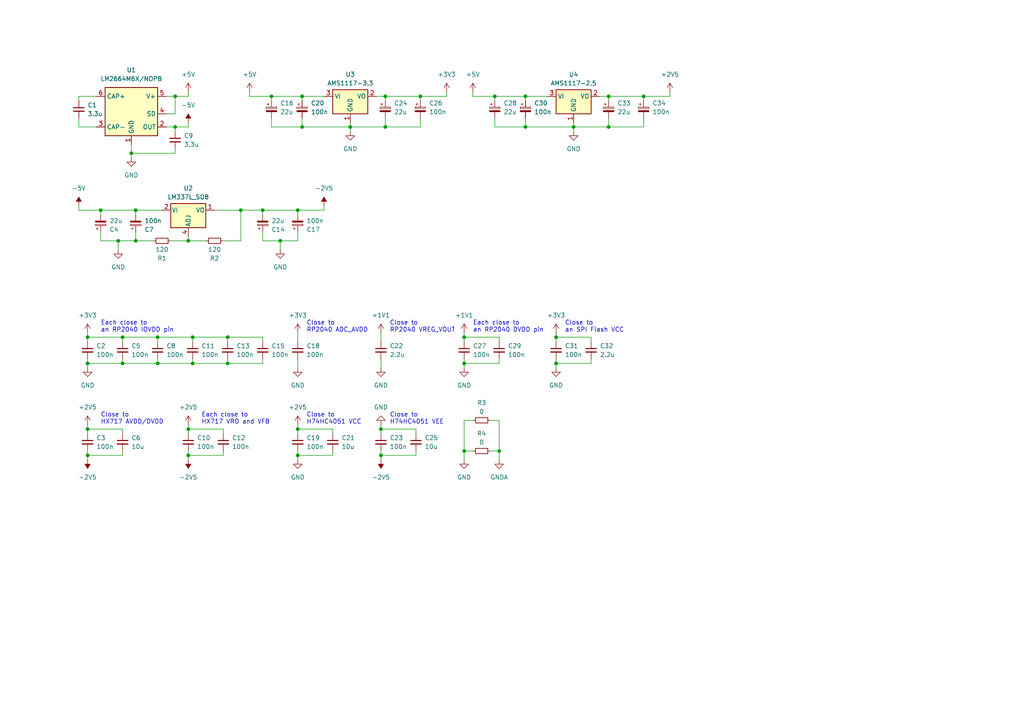
<source format=kicad_sch>
(kicad_sch (version 20230121) (generator eeschema)

  (uuid 2c0a8b91-5416-40c0-baf0-96eec4e7eed3)

  (paper "A4")

  (title_block
    (title "Power Tree")
    (date "2024-01-01")
    (rev "2")
    (company "Yet Another AI Ltd.")
    (comment 1 "Proudly Designed by Shenghao (Delton) DING")
  )

  (lib_symbols
    (symbol "Device:C_Polarized_Small" (pin_numbers hide) (pin_names (offset 0.254) hide) (in_bom yes) (on_board yes)
      (property "Reference" "C" (at 0.254 1.778 0)
        (effects (font (size 1.27 1.27)) (justify left))
      )
      (property "Value" "C_Polarized_Small" (at 0.254 -2.032 0)
        (effects (font (size 1.27 1.27)) (justify left))
      )
      (property "Footprint" "" (at 0 0 0)
        (effects (font (size 1.27 1.27)) hide)
      )
      (property "Datasheet" "~" (at 0 0 0)
        (effects (font (size 1.27 1.27)) hide)
      )
      (property "ki_keywords" "cap capacitor" (at 0 0 0)
        (effects (font (size 1.27 1.27)) hide)
      )
      (property "ki_description" "Polarized capacitor, small symbol" (at 0 0 0)
        (effects (font (size 1.27 1.27)) hide)
      )
      (property "ki_fp_filters" "CP_*" (at 0 0 0)
        (effects (font (size 1.27 1.27)) hide)
      )
      (symbol "C_Polarized_Small_0_1"
        (rectangle (start -1.524 -0.3048) (end 1.524 -0.6858)
          (stroke (width 0) (type default))
          (fill (type outline))
        )
        (rectangle (start -1.524 0.6858) (end 1.524 0.3048)
          (stroke (width 0) (type default))
          (fill (type none))
        )
        (polyline
          (pts
            (xy -1.27 1.524)
            (xy -0.762 1.524)
          )
          (stroke (width 0) (type default))
          (fill (type none))
        )
        (polyline
          (pts
            (xy -1.016 1.27)
            (xy -1.016 1.778)
          )
          (stroke (width 0) (type default))
          (fill (type none))
        )
      )
      (symbol "C_Polarized_Small_1_1"
        (pin passive line (at 0 2.54 270) (length 1.8542)
          (name "~" (effects (font (size 1.27 1.27))))
          (number "1" (effects (font (size 1.27 1.27))))
        )
        (pin passive line (at 0 -2.54 90) (length 1.8542)
          (name "~" (effects (font (size 1.27 1.27))))
          (number "2" (effects (font (size 1.27 1.27))))
        )
      )
    )
    (symbol "Device:C_Small" (pin_numbers hide) (pin_names (offset 0.254) hide) (in_bom yes) (on_board yes)
      (property "Reference" "C" (at 0.254 1.778 0)
        (effects (font (size 1.27 1.27)) (justify left))
      )
      (property "Value" "C_Small" (at 0.254 -2.032 0)
        (effects (font (size 1.27 1.27)) (justify left))
      )
      (property "Footprint" "" (at 0 0 0)
        (effects (font (size 1.27 1.27)) hide)
      )
      (property "Datasheet" "~" (at 0 0 0)
        (effects (font (size 1.27 1.27)) hide)
      )
      (property "ki_keywords" "capacitor cap" (at 0 0 0)
        (effects (font (size 1.27 1.27)) hide)
      )
      (property "ki_description" "Unpolarized capacitor, small symbol" (at 0 0 0)
        (effects (font (size 1.27 1.27)) hide)
      )
      (property "ki_fp_filters" "C_*" (at 0 0 0)
        (effects (font (size 1.27 1.27)) hide)
      )
      (symbol "C_Small_0_1"
        (polyline
          (pts
            (xy -1.524 -0.508)
            (xy 1.524 -0.508)
          )
          (stroke (width 0.3302) (type default))
          (fill (type none))
        )
        (polyline
          (pts
            (xy -1.524 0.508)
            (xy 1.524 0.508)
          )
          (stroke (width 0.3048) (type default))
          (fill (type none))
        )
      )
      (symbol "C_Small_1_1"
        (pin passive line (at 0 2.54 270) (length 2.032)
          (name "~" (effects (font (size 1.27 1.27))))
          (number "1" (effects (font (size 1.27 1.27))))
        )
        (pin passive line (at 0 -2.54 90) (length 2.032)
          (name "~" (effects (font (size 1.27 1.27))))
          (number "2" (effects (font (size 1.27 1.27))))
        )
      )
    )
    (symbol "Device:R_Small" (pin_numbers hide) (pin_names (offset 0.254) hide) (in_bom yes) (on_board yes)
      (property "Reference" "R" (at 0.762 0.508 0)
        (effects (font (size 1.27 1.27)) (justify left))
      )
      (property "Value" "R_Small" (at 0.762 -1.016 0)
        (effects (font (size 1.27 1.27)) (justify left))
      )
      (property "Footprint" "" (at 0 0 0)
        (effects (font (size 1.27 1.27)) hide)
      )
      (property "Datasheet" "~" (at 0 0 0)
        (effects (font (size 1.27 1.27)) hide)
      )
      (property "ki_keywords" "R resistor" (at 0 0 0)
        (effects (font (size 1.27 1.27)) hide)
      )
      (property "ki_description" "Resistor, small symbol" (at 0 0 0)
        (effects (font (size 1.27 1.27)) hide)
      )
      (property "ki_fp_filters" "R_*" (at 0 0 0)
        (effects (font (size 1.27 1.27)) hide)
      )
      (symbol "R_Small_0_1"
        (rectangle (start -0.762 1.778) (end 0.762 -1.778)
          (stroke (width 0.2032) (type default))
          (fill (type none))
        )
      )
      (symbol "R_Small_1_1"
        (pin passive line (at 0 2.54 270) (length 0.762)
          (name "~" (effects (font (size 1.27 1.27))))
          (number "1" (effects (font (size 1.27 1.27))))
        )
        (pin passive line (at 0 -2.54 90) (length 0.762)
          (name "~" (effects (font (size 1.27 1.27))))
          (number "2" (effects (font (size 1.27 1.27))))
        )
      )
    )
    (symbol "Regulator_Linear:AMS1117-2.5" (in_bom yes) (on_board yes)
      (property "Reference" "U" (at -3.81 3.175 0)
        (effects (font (size 1.27 1.27)))
      )
      (property "Value" "AMS1117-2.5" (at 0 3.175 0)
        (effects (font (size 1.27 1.27)) (justify left))
      )
      (property "Footprint" "Package_TO_SOT_SMD:SOT-223-3_TabPin2" (at 0 5.08 0)
        (effects (font (size 1.27 1.27)) hide)
      )
      (property "Datasheet" "http://www.advanced-monolithic.com/pdf/ds1117.pdf" (at 2.54 -6.35 0)
        (effects (font (size 1.27 1.27)) hide)
      )
      (property "ki_keywords" "linear regulator ldo fixed positive" (at 0 0 0)
        (effects (font (size 1.27 1.27)) hide)
      )
      (property "ki_description" "1A Low Dropout regulator, positive, 2.5V fixed output, SOT-223" (at 0 0 0)
        (effects (font (size 1.27 1.27)) hide)
      )
      (property "ki_fp_filters" "SOT?223*TabPin2*" (at 0 0 0)
        (effects (font (size 1.27 1.27)) hide)
      )
      (symbol "AMS1117-2.5_0_1"
        (rectangle (start -5.08 -5.08) (end 5.08 1.905)
          (stroke (width 0.254) (type default))
          (fill (type background))
        )
      )
      (symbol "AMS1117-2.5_1_1"
        (pin power_in line (at 0 -7.62 90) (length 2.54)
          (name "GND" (effects (font (size 1.27 1.27))))
          (number "1" (effects (font (size 1.27 1.27))))
        )
        (pin power_out line (at 7.62 0 180) (length 2.54)
          (name "VO" (effects (font (size 1.27 1.27))))
          (number "2" (effects (font (size 1.27 1.27))))
        )
        (pin power_in line (at -7.62 0 0) (length 2.54)
          (name "VI" (effects (font (size 1.27 1.27))))
          (number "3" (effects (font (size 1.27 1.27))))
        )
      )
    )
    (symbol "Regulator_Linear:LM337L_SO8" (pin_names (offset 0.254)) (in_bom yes) (on_board yes)
      (property "Reference" "U" (at -3.81 -3.175 0)
        (effects (font (size 1.27 1.27)))
      )
      (property "Value" "LM337L_SO8" (at 0 -3.175 0)
        (effects (font (size 1.27 1.27)) (justify left))
      )
      (property "Footprint" "Package_SO:SOIC-8_3.9x4.9mm_P1.27mm" (at 0 -5.08 0)
        (effects (font (size 1.27 1.27) italic) hide)
      )
      (property "Datasheet" "http://www.ti.com/lit/ds/symlink/lm337l.pdf" (at 0 0 0)
        (effects (font (size 1.27 1.27)) hide)
      )
      (property "ki_keywords" "Adjustable Negative Voltage Regulator 100mA" (at 0 0 0)
        (effects (font (size 1.27 1.27)) hide)
      )
      (property "ki_description" "100mA 35V Adjustable Negative Linear Regulator, SO-8" (at 0 0 0)
        (effects (font (size 1.27 1.27)) hide)
      )
      (property "ki_fp_filters" "SOIC*3.9x4.9mm*P1.27mm*" (at 0 0 0)
        (effects (font (size 1.27 1.27)) hide)
      )
      (symbol "LM337L_SO8_0_1"
        (rectangle (start -5.08 5.08) (end 5.08 -1.905)
          (stroke (width 0.254) (type default))
          (fill (type background))
        )
      )
      (symbol "LM337L_SO8_1_1"
        (pin power_out line (at 7.62 0 180) (length 2.54)
          (name "VO" (effects (font (size 1.27 1.27))))
          (number "1" (effects (font (size 1.27 1.27))))
        )
        (pin power_in line (at -7.62 0 0) (length 2.54)
          (name "VI" (effects (font (size 1.27 1.27))))
          (number "2" (effects (font (size 1.27 1.27))))
        )
        (pin passive line (at -7.62 0 0) (length 2.54) hide
          (name "VI" (effects (font (size 1.27 1.27))))
          (number "3" (effects (font (size 1.27 1.27))))
        )
        (pin input line (at 0 7.62 270) (length 2.54)
          (name "ADJ" (effects (font (size 1.27 1.27))))
          (number "4" (effects (font (size 1.27 1.27))))
        )
        (pin no_connect line (at -5.08 2.54 0) (length 2.54) hide
          (name "NC" (effects (font (size 1.27 1.27))))
          (number "5" (effects (font (size 1.27 1.27))))
        )
        (pin passive line (at -7.62 0 0) (length 2.54) hide
          (name "VI" (effects (font (size 1.27 1.27))))
          (number "6" (effects (font (size 1.27 1.27))))
        )
        (pin passive line (at -7.62 0 0) (length 2.54) hide
          (name "VI" (effects (font (size 1.27 1.27))))
          (number "7" (effects (font (size 1.27 1.27))))
        )
        (pin no_connect line (at 5.08 2.54 180) (length 2.54) hide
          (name "NC" (effects (font (size 1.27 1.27))))
          (number "8" (effects (font (size 1.27 1.27))))
        )
      )
    )
    (symbol "power:+1V1" (power) (pin_names (offset 0)) (in_bom yes) (on_board yes)
      (property "Reference" "#PWR" (at 0 -3.81 0)
        (effects (font (size 1.27 1.27)) hide)
      )
      (property "Value" "+1V1" (at 0 3.556 0)
        (effects (font (size 1.27 1.27)))
      )
      (property "Footprint" "" (at 0 0 0)
        (effects (font (size 1.27 1.27)) hide)
      )
      (property "Datasheet" "" (at 0 0 0)
        (effects (font (size 1.27 1.27)) hide)
      )
      (property "ki_keywords" "global power" (at 0 0 0)
        (effects (font (size 1.27 1.27)) hide)
      )
      (property "ki_description" "Power symbol creates a global label with name \"+1V1\"" (at 0 0 0)
        (effects (font (size 1.27 1.27)) hide)
      )
      (symbol "+1V1_0_1"
        (polyline
          (pts
            (xy -0.762 1.27)
            (xy 0 2.54)
          )
          (stroke (width 0) (type default))
          (fill (type none))
        )
        (polyline
          (pts
            (xy 0 0)
            (xy 0 2.54)
          )
          (stroke (width 0) (type default))
          (fill (type none))
        )
        (polyline
          (pts
            (xy 0 2.54)
            (xy 0.762 1.27)
          )
          (stroke (width 0) (type default))
          (fill (type none))
        )
      )
      (symbol "+1V1_1_1"
        (pin power_in line (at 0 0 90) (length 0) hide
          (name "+1V1" (effects (font (size 1.27 1.27))))
          (number "1" (effects (font (size 1.27 1.27))))
        )
      )
    )
    (symbol "power:+2V5" (power) (pin_names (offset 0)) (in_bom yes) (on_board yes)
      (property "Reference" "#PWR" (at 0 -3.81 0)
        (effects (font (size 1.27 1.27)) hide)
      )
      (property "Value" "+2V5" (at 0 3.556 0)
        (effects (font (size 1.27 1.27)))
      )
      (property "Footprint" "" (at 0 0 0)
        (effects (font (size 1.27 1.27)) hide)
      )
      (property "Datasheet" "" (at 0 0 0)
        (effects (font (size 1.27 1.27)) hide)
      )
      (property "ki_keywords" "global power" (at 0 0 0)
        (effects (font (size 1.27 1.27)) hide)
      )
      (property "ki_description" "Power symbol creates a global label with name \"+2V5\"" (at 0 0 0)
        (effects (font (size 1.27 1.27)) hide)
      )
      (symbol "+2V5_0_1"
        (polyline
          (pts
            (xy -0.762 1.27)
            (xy 0 2.54)
          )
          (stroke (width 0) (type default))
          (fill (type none))
        )
        (polyline
          (pts
            (xy 0 0)
            (xy 0 2.54)
          )
          (stroke (width 0) (type default))
          (fill (type none))
        )
        (polyline
          (pts
            (xy 0 2.54)
            (xy 0.762 1.27)
          )
          (stroke (width 0) (type default))
          (fill (type none))
        )
      )
      (symbol "+2V5_1_1"
        (pin power_in line (at 0 0 90) (length 0) hide
          (name "+2V5" (effects (font (size 1.27 1.27))))
          (number "1" (effects (font (size 1.27 1.27))))
        )
      )
    )
    (symbol "power:+3V3" (power) (pin_names (offset 0)) (in_bom yes) (on_board yes)
      (property "Reference" "#PWR" (at 0 -3.81 0)
        (effects (font (size 1.27 1.27)) hide)
      )
      (property "Value" "+3V3" (at 0 3.556 0)
        (effects (font (size 1.27 1.27)))
      )
      (property "Footprint" "" (at 0 0 0)
        (effects (font (size 1.27 1.27)) hide)
      )
      (property "Datasheet" "" (at 0 0 0)
        (effects (font (size 1.27 1.27)) hide)
      )
      (property "ki_keywords" "global power" (at 0 0 0)
        (effects (font (size 1.27 1.27)) hide)
      )
      (property "ki_description" "Power symbol creates a global label with name \"+3V3\"" (at 0 0 0)
        (effects (font (size 1.27 1.27)) hide)
      )
      (symbol "+3V3_0_1"
        (polyline
          (pts
            (xy -0.762 1.27)
            (xy 0 2.54)
          )
          (stroke (width 0) (type default))
          (fill (type none))
        )
        (polyline
          (pts
            (xy 0 0)
            (xy 0 2.54)
          )
          (stroke (width 0) (type default))
          (fill (type none))
        )
        (polyline
          (pts
            (xy 0 2.54)
            (xy 0.762 1.27)
          )
          (stroke (width 0) (type default))
          (fill (type none))
        )
      )
      (symbol "+3V3_1_1"
        (pin power_in line (at 0 0 90) (length 0) hide
          (name "+3V3" (effects (font (size 1.27 1.27))))
          (number "1" (effects (font (size 1.27 1.27))))
        )
      )
    )
    (symbol "power:+5V" (power) (pin_names (offset 0)) (in_bom yes) (on_board yes)
      (property "Reference" "#PWR" (at 0 -3.81 0)
        (effects (font (size 1.27 1.27)) hide)
      )
      (property "Value" "+5V" (at 0 3.556 0)
        (effects (font (size 1.27 1.27)))
      )
      (property "Footprint" "" (at 0 0 0)
        (effects (font (size 1.27 1.27)) hide)
      )
      (property "Datasheet" "" (at 0 0 0)
        (effects (font (size 1.27 1.27)) hide)
      )
      (property "ki_keywords" "global power" (at 0 0 0)
        (effects (font (size 1.27 1.27)) hide)
      )
      (property "ki_description" "Power symbol creates a global label with name \"+5V\"" (at 0 0 0)
        (effects (font (size 1.27 1.27)) hide)
      )
      (symbol "+5V_0_1"
        (polyline
          (pts
            (xy -0.762 1.27)
            (xy 0 2.54)
          )
          (stroke (width 0) (type default))
          (fill (type none))
        )
        (polyline
          (pts
            (xy 0 0)
            (xy 0 2.54)
          )
          (stroke (width 0) (type default))
          (fill (type none))
        )
        (polyline
          (pts
            (xy 0 2.54)
            (xy 0.762 1.27)
          )
          (stroke (width 0) (type default))
          (fill (type none))
        )
      )
      (symbol "+5V_1_1"
        (pin power_in line (at 0 0 90) (length 0) hide
          (name "+5V" (effects (font (size 1.27 1.27))))
          (number "1" (effects (font (size 1.27 1.27))))
        )
      )
    )
    (symbol "power:-2V5" (power) (pin_names (offset 0)) (in_bom yes) (on_board yes)
      (property "Reference" "#PWR" (at 0 2.54 0)
        (effects (font (size 1.27 1.27)) hide)
      )
      (property "Value" "-2V5" (at 0 3.81 0)
        (effects (font (size 1.27 1.27)))
      )
      (property "Footprint" "" (at 0 0 0)
        (effects (font (size 1.27 1.27)) hide)
      )
      (property "Datasheet" "" (at 0 0 0)
        (effects (font (size 1.27 1.27)) hide)
      )
      (property "ki_keywords" "global power" (at 0 0 0)
        (effects (font (size 1.27 1.27)) hide)
      )
      (property "ki_description" "Power symbol creates a global label with name \"-2V5\"" (at 0 0 0)
        (effects (font (size 1.27 1.27)) hide)
      )
      (symbol "-2V5_0_0"
        (pin power_in line (at 0 0 90) (length 0) hide
          (name "-2V5" (effects (font (size 1.27 1.27))))
          (number "1" (effects (font (size 1.27 1.27))))
        )
      )
      (symbol "-2V5_0_1"
        (polyline
          (pts
            (xy 0 0)
            (xy 0 1.27)
            (xy 0.762 1.27)
            (xy 0 2.54)
            (xy -0.762 1.27)
            (xy 0 1.27)
          )
          (stroke (width 0) (type default))
          (fill (type outline))
        )
      )
    )
    (symbol "power:-5V" (power) (pin_names (offset 0)) (in_bom yes) (on_board yes)
      (property "Reference" "#PWR" (at 0 2.54 0)
        (effects (font (size 1.27 1.27)) hide)
      )
      (property "Value" "-5V" (at 0 3.81 0)
        (effects (font (size 1.27 1.27)))
      )
      (property "Footprint" "" (at 0 0 0)
        (effects (font (size 1.27 1.27)) hide)
      )
      (property "Datasheet" "" (at 0 0 0)
        (effects (font (size 1.27 1.27)) hide)
      )
      (property "ki_keywords" "global power" (at 0 0 0)
        (effects (font (size 1.27 1.27)) hide)
      )
      (property "ki_description" "Power symbol creates a global label with name \"-5V\"" (at 0 0 0)
        (effects (font (size 1.27 1.27)) hide)
      )
      (symbol "-5V_0_0"
        (pin power_in line (at 0 0 90) (length 0) hide
          (name "-5V" (effects (font (size 1.27 1.27))))
          (number "1" (effects (font (size 1.27 1.27))))
        )
      )
      (symbol "-5V_0_1"
        (polyline
          (pts
            (xy 0 0)
            (xy 0 1.27)
            (xy 0.762 1.27)
            (xy 0 2.54)
            (xy -0.762 1.27)
            (xy 0 1.27)
          )
          (stroke (width 0) (type default))
          (fill (type outline))
        )
      )
    )
    (symbol "power:GND" (power) (pin_names (offset 0)) (in_bom yes) (on_board yes)
      (property "Reference" "#PWR" (at 0 -6.35 0)
        (effects (font (size 1.27 1.27)) hide)
      )
      (property "Value" "GND" (at 0 -3.81 0)
        (effects (font (size 1.27 1.27)))
      )
      (property "Footprint" "" (at 0 0 0)
        (effects (font (size 1.27 1.27)) hide)
      )
      (property "Datasheet" "" (at 0 0 0)
        (effects (font (size 1.27 1.27)) hide)
      )
      (property "ki_keywords" "global power" (at 0 0 0)
        (effects (font (size 1.27 1.27)) hide)
      )
      (property "ki_description" "Power symbol creates a global label with name \"GND\" , ground" (at 0 0 0)
        (effects (font (size 1.27 1.27)) hide)
      )
      (symbol "GND_0_1"
        (polyline
          (pts
            (xy 0 0)
            (xy 0 -1.27)
            (xy 1.27 -1.27)
            (xy 0 -2.54)
            (xy -1.27 -1.27)
            (xy 0 -1.27)
          )
          (stroke (width 0) (type default))
          (fill (type none))
        )
      )
      (symbol "GND_1_1"
        (pin power_in line (at 0 0 270) (length 0) hide
          (name "GND" (effects (font (size 1.27 1.27))))
          (number "1" (effects (font (size 1.27 1.27))))
        )
      )
    )
    (symbol "power:GNDA" (power) (pin_names (offset 0)) (in_bom yes) (on_board yes)
      (property "Reference" "#PWR" (at 0 -6.35 0)
        (effects (font (size 1.27 1.27)) hide)
      )
      (property "Value" "GNDA" (at 0 -3.81 0)
        (effects (font (size 1.27 1.27)))
      )
      (property "Footprint" "" (at 0 0 0)
        (effects (font (size 1.27 1.27)) hide)
      )
      (property "Datasheet" "" (at 0 0 0)
        (effects (font (size 1.27 1.27)) hide)
      )
      (property "ki_keywords" "global power" (at 0 0 0)
        (effects (font (size 1.27 1.27)) hide)
      )
      (property "ki_description" "Power symbol creates a global label with name \"GNDA\" , analog ground" (at 0 0 0)
        (effects (font (size 1.27 1.27)) hide)
      )
      (symbol "GNDA_0_1"
        (polyline
          (pts
            (xy 0 0)
            (xy 0 -1.27)
            (xy 1.27 -1.27)
            (xy 0 -2.54)
            (xy -1.27 -1.27)
            (xy 0 -1.27)
          )
          (stroke (width 0) (type default))
          (fill (type none))
        )
      )
      (symbol "GNDA_1_1"
        (pin power_in line (at 0 0 270) (length 0) hide
          (name "GNDA" (effects (font (size 1.27 1.27))))
          (number "1" (effects (font (size 1.27 1.27))))
        )
      )
    )
    (symbol "project:LM2664M6X" (in_bom yes) (on_board yes)
      (property "Reference" "U" (at -6.35 6.35 0)
        (effects (font (size 1.27 1.27)))
      )
      (property "Value" "LM2664M6X" (at 1.27 6.35 0)
        (effects (font (size 1.27 1.27)) (justify left))
      )
      (property "Footprint" "Package_TO_SOT_SMD:SOT-23-6" (at -15.24 -11.43 0)
        (effects (font (size 1.27 1.27)) (justify left) hide)
      )
      (property "Datasheet" "https://www.ti.com/lit/ds/symlink/lm2664.pdf" (at 1.27 10.16 0)
        (effects (font (size 1.27 1.27)) hide)
      )
      (property "ki_description" "LM2664 Switched Capacitor Voltage Converter" (at 0 0 0)
        (effects (font (size 1.27 1.27)) hide)
      )
      (property "ki_fp_filters" "SOT?23*" (at 0 0 0)
        (effects (font (size 1.27 1.27)) hide)
      )
      (symbol "LM2664M6X_0_1"
        (rectangle (start -7.62 5.08) (end 7.62 -8.89)
          (stroke (width 0.254) (type default))
          (fill (type background))
        )
      )
      (symbol "LM2664M6X_1_1"
        (pin power_in line (at 0 -11.43 90) (length 2.54)
          (name "GND" (effects (font (size 1.27 1.27))))
          (number "1" (effects (font (size 1.27 1.27))))
        )
        (pin power_out line (at 10.16 -6.35 180) (length 2.54)
          (name "OUT" (effects (font (size 1.27 1.27))))
          (number "2" (effects (font (size 1.27 1.27))))
        )
        (pin passive line (at -10.16 -6.35 0) (length 2.54)
          (name "CAP-" (effects (font (size 1.27 1.27))))
          (number "3" (effects (font (size 1.27 1.27))))
        )
        (pin input line (at 10.16 -2.54 180) (length 2.54)
          (name "SD" (effects (font (size 1.27 1.27))))
          (number "4" (effects (font (size 1.27 1.27))))
        )
        (pin passive line (at 10.16 2.54 180) (length 2.54)
          (name "V+" (effects (font (size 1.27 1.27))))
          (number "5" (effects (font (size 1.27 1.27))))
        )
        (pin passive line (at -10.16 2.54 0) (length 2.54)
          (name "CAP+" (effects (font (size 1.27 1.27))))
          (number "6" (effects (font (size 1.27 1.27))))
        )
      )
    )
  )

  (junction (at 38.1 44.45) (diameter 0) (color 0 0 0 0)
    (uuid 0f35867d-16a4-4740-82da-052c7e7801a1)
  )
  (junction (at 39.37 60.96) (diameter 0) (color 0 0 0 0)
    (uuid 17f1009a-9b9a-4202-b996-b707560c3c6a)
  )
  (junction (at 50.8 36.83) (diameter 0) (color 0 0 0 0)
    (uuid 18262d52-5595-4222-8f5c-49c09366a250)
  )
  (junction (at 152.4 36.83) (diameter 0) (color 0 0 0 0)
    (uuid 1940e9cb-85fa-4759-93fb-170be164829d)
  )
  (junction (at 25.4 124.46) (diameter 0) (color 0 0 0 0)
    (uuid 253a14a8-98e7-4ed5-b1d5-e6023d1bec57)
  )
  (junction (at 55.88 105.41) (diameter 0) (color 0 0 0 0)
    (uuid 2c7e9d82-8dc2-4135-aef1-46177f50cd26)
  )
  (junction (at 161.29 97.79) (diameter 0) (color 0 0 0 0)
    (uuid 2e82f835-d9fe-4bb0-b188-067e9886cf51)
  )
  (junction (at 69.85 60.96) (diameter 0) (color 0 0 0 0)
    (uuid 35de206a-44b6-4696-aaa6-1ceb23bd5b63)
  )
  (junction (at 144.78 130.81) (diameter 0) (color 0 0 0 0)
    (uuid 417aef02-d041-4337-8307-6cbcdccbbd40)
  )
  (junction (at 110.49 132.08) (diameter 0) (color 0 0 0 0)
    (uuid 4de08bed-eb7b-45b4-94f5-19e9a8d649f2)
  )
  (junction (at 101.6 36.83) (diameter 0) (color 0 0 0 0)
    (uuid 4f8537f9-6200-42f1-a90b-5b122e291cc5)
  )
  (junction (at 25.4 105.41) (diameter 0) (color 0 0 0 0)
    (uuid 5208f3ad-a178-4473-bdfe-55dece6eac45)
  )
  (junction (at 35.56 105.41) (diameter 0) (color 0 0 0 0)
    (uuid 52bf1682-dbee-4a33-8d72-9335fe30de52)
  )
  (junction (at 55.88 97.79) (diameter 0) (color 0 0 0 0)
    (uuid 570b0196-6993-49da-8714-56f4f9117721)
  )
  (junction (at 111.76 36.83) (diameter 0) (color 0 0 0 0)
    (uuid 5ed855f1-490f-4930-83dd-a3fa407a512f)
  )
  (junction (at 134.62 105.41) (diameter 0) (color 0 0 0 0)
    (uuid 639971cc-0b0e-4819-ae54-ddc7e76a47bf)
  )
  (junction (at 34.29 69.85) (diameter 0) (color 0 0 0 0)
    (uuid 66a8a39c-66bd-47a6-af58-b013c1e5accf)
  )
  (junction (at 161.29 105.41) (diameter 0) (color 0 0 0 0)
    (uuid 6e8d698e-c114-442e-b0a8-44949657d400)
  )
  (junction (at 166.37 36.83) (diameter 0) (color 0 0 0 0)
    (uuid 718a6189-259a-4d14-b078-e59d86d054f8)
  )
  (junction (at 50.8 27.94) (diameter 0) (color 0 0 0 0)
    (uuid 7512513e-42e3-4e4a-8d1d-247aabcc7e50)
  )
  (junction (at 66.04 97.79) (diameter 0) (color 0 0 0 0)
    (uuid 7a2791d0-4492-4f61-bdac-a3838d29acae)
  )
  (junction (at 35.56 97.79) (diameter 0) (color 0 0 0 0)
    (uuid 7adb7cd9-73b3-413d-afd6-0be0dd9e5125)
  )
  (junction (at 78.74 27.94) (diameter 0) (color 0 0 0 0)
    (uuid 8707927d-9ad1-4b91-b1b3-d9f50179fa27)
  )
  (junction (at 54.61 124.46) (diameter 0) (color 0 0 0 0)
    (uuid 87393862-611c-49a5-bf2a-7ec9edb9a882)
  )
  (junction (at 45.72 97.79) (diameter 0) (color 0 0 0 0)
    (uuid 892d04dd-3b99-438c-888f-0544b4cfb0b2)
  )
  (junction (at 186.69 27.94) (diameter 0) (color 0 0 0 0)
    (uuid 89e02180-a8e6-4fea-8169-f742b91412ba)
  )
  (junction (at 110.49 124.46) (diameter 0) (color 0 0 0 0)
    (uuid 94d519d5-55f0-4983-bfb7-ff8294a0ba1b)
  )
  (junction (at 76.2 60.96) (diameter 0) (color 0 0 0 0)
    (uuid a289ee46-1d2c-4903-b6ad-91415d922569)
  )
  (junction (at 87.63 27.94) (diameter 0) (color 0 0 0 0)
    (uuid a8fe4fe5-a599-439f-bd28-a13050211484)
  )
  (junction (at 152.4 27.94) (diameter 0) (color 0 0 0 0)
    (uuid acec6c89-1c14-46ad-8c64-5982591a2d58)
  )
  (junction (at 176.53 27.94) (diameter 0) (color 0 0 0 0)
    (uuid afbb3a30-d588-4c12-96c0-d064d9905707)
  )
  (junction (at 39.37 69.85) (diameter 0) (color 0 0 0 0)
    (uuid afc578b8-3bb3-47b6-919c-e572ef882755)
  )
  (junction (at 86.36 60.96) (diameter 0) (color 0 0 0 0)
    (uuid bd743ffa-de50-4966-848d-d87e7efcd6f4)
  )
  (junction (at 134.62 130.81) (diameter 0) (color 0 0 0 0)
    (uuid bda995f8-97b2-48cf-ac9e-4eec95dd8cd0)
  )
  (junction (at 86.36 132.08) (diameter 0) (color 0 0 0 0)
    (uuid c2eba42e-2173-4db9-986a-e8e0cc4c43b8)
  )
  (junction (at 81.28 69.85) (diameter 0) (color 0 0 0 0)
    (uuid c7ebaa9a-dd1b-4ef8-9d1c-913dfd57f1fc)
  )
  (junction (at 176.53 36.83) (diameter 0) (color 0 0 0 0)
    (uuid ce1ff59c-0c68-4c90-b998-78e807f8ca20)
  )
  (junction (at 25.4 97.79) (diameter 0) (color 0 0 0 0)
    (uuid cf21faeb-a28a-4c68-9e8c-27c00449dfcf)
  )
  (junction (at 143.51 27.94) (diameter 0) (color 0 0 0 0)
    (uuid d752d6fc-1101-4b6b-b02d-b4faa79d2e5a)
  )
  (junction (at 87.63 36.83) (diameter 0) (color 0 0 0 0)
    (uuid dbb40593-d0aa-4acd-8c34-192437f5e4f7)
  )
  (junction (at 54.61 69.85) (diameter 0) (color 0 0 0 0)
    (uuid e6b35e65-6d83-4297-b667-c3baa39bc010)
  )
  (junction (at 29.21 60.96) (diameter 0) (color 0 0 0 0)
    (uuid eadbb038-6354-4fa1-9919-a20284c99267)
  )
  (junction (at 54.61 132.08) (diameter 0) (color 0 0 0 0)
    (uuid eb5b1e11-df9c-4f2c-b975-602ea0fd6962)
  )
  (junction (at 25.4 132.08) (diameter 0) (color 0 0 0 0)
    (uuid f0b81747-371f-4765-929f-b8d68a070308)
  )
  (junction (at 111.76 27.94) (diameter 0) (color 0 0 0 0)
    (uuid f2c3ee93-196a-45f7-8d82-77f1ddad3e3b)
  )
  (junction (at 66.04 105.41) (diameter 0) (color 0 0 0 0)
    (uuid f44b2391-a200-4384-80a9-d508f4ddfbd3)
  )
  (junction (at 121.92 27.94) (diameter 0) (color 0 0 0 0)
    (uuid faa8935e-8635-4163-bf26-a60889c96dab)
  )
  (junction (at 134.62 97.79) (diameter 0) (color 0 0 0 0)
    (uuid fae9d24f-63b6-43b5-8aaf-fb5ee068b061)
  )
  (junction (at 45.72 105.41) (diameter 0) (color 0 0 0 0)
    (uuid fd2a5c0e-c9e8-4911-b991-6704450f93d2)
  )
  (junction (at 86.36 124.46) (diameter 0) (color 0 0 0 0)
    (uuid ff48e190-d814-4cac-b8ae-f0bc4afa08dc)
  )

  (wire (pts (xy 86.36 69.85) (xy 81.28 69.85))
    (stroke (width 0) (type default))
    (uuid 02663f8e-ca7a-4243-aae9-73c28aa26654)
  )
  (wire (pts (xy 134.62 97.79) (xy 134.62 99.06))
    (stroke (width 0) (type default))
    (uuid 036c922b-bc7b-4317-a46d-3927c0928e3a)
  )
  (wire (pts (xy 25.4 104.14) (xy 25.4 105.41))
    (stroke (width 0) (type default))
    (uuid 05493e35-4a72-4002-8ff0-8efaa4d804ba)
  )
  (wire (pts (xy 29.21 60.96) (xy 39.37 60.96))
    (stroke (width 0) (type default))
    (uuid 068c7a96-1eec-4585-ba31-ca578ec06d1b)
  )
  (wire (pts (xy 29.21 60.96) (xy 29.21 62.23))
    (stroke (width 0) (type default))
    (uuid 07004311-4c87-4cb7-adfd-9cbcb8f392f7)
  )
  (wire (pts (xy 22.86 27.94) (xy 22.86 29.21))
    (stroke (width 0) (type default))
    (uuid 0952cda4-82c0-4b82-ab71-1bd9e9f015e1)
  )
  (wire (pts (xy 87.63 34.29) (xy 87.63 36.83))
    (stroke (width 0) (type default))
    (uuid 0a67ae70-5b64-496d-9d21-4a07fff730de)
  )
  (wire (pts (xy 25.4 132.08) (xy 25.4 133.35))
    (stroke (width 0) (type default))
    (uuid 0c9bce61-a554-4d12-89ff-428d47123507)
  )
  (wire (pts (xy 109.22 27.94) (xy 111.76 27.94))
    (stroke (width 0) (type default))
    (uuid 0d103a18-9bf9-4f42-8b5c-73a472094d94)
  )
  (wire (pts (xy 55.88 97.79) (xy 66.04 97.79))
    (stroke (width 0) (type default))
    (uuid 0d50d27e-0638-4c96-804a-4d1a20b141fe)
  )
  (wire (pts (xy 161.29 97.79) (xy 161.29 99.06))
    (stroke (width 0) (type default))
    (uuid 0e1adc3c-e59a-4465-a674-c51358b61b28)
  )
  (wire (pts (xy 35.56 130.81) (xy 35.56 132.08))
    (stroke (width 0) (type default))
    (uuid 102a5901-951d-4efc-8ace-21ae0cebcb93)
  )
  (wire (pts (xy 76.2 99.06) (xy 76.2 97.79))
    (stroke (width 0) (type default))
    (uuid 10d04344-02a7-438f-9ee2-c54a6f6844a2)
  )
  (wire (pts (xy 86.36 130.81) (xy 86.36 132.08))
    (stroke (width 0) (type default))
    (uuid 125b5706-240c-4aeb-85f9-82d1ce0061dd)
  )
  (wire (pts (xy 35.56 97.79) (xy 35.56 99.06))
    (stroke (width 0) (type default))
    (uuid 164c7109-7cf2-42e3-987d-742c2ce68a39)
  )
  (wire (pts (xy 137.16 121.92) (xy 134.62 121.92))
    (stroke (width 0) (type default))
    (uuid 18e1383a-77f3-4c9c-8197-a8fc73adb6f7)
  )
  (wire (pts (xy 144.78 97.79) (xy 144.78 99.06))
    (stroke (width 0) (type default))
    (uuid 19f24117-f715-43d7-aabd-f413d45e103c)
  )
  (wire (pts (xy 25.4 105.41) (xy 35.56 105.41))
    (stroke (width 0) (type default))
    (uuid 1a9904f9-7288-4de4-a054-945fb6844944)
  )
  (wire (pts (xy 39.37 60.96) (xy 46.99 60.96))
    (stroke (width 0) (type default))
    (uuid 1b84afdd-5de0-4423-b460-ad02f95c8265)
  )
  (wire (pts (xy 87.63 27.94) (xy 93.98 27.94))
    (stroke (width 0) (type default))
    (uuid 1c43072c-fec3-4fd4-aade-b5ac87c7c098)
  )
  (wire (pts (xy 86.36 67.31) (xy 86.36 69.85))
    (stroke (width 0) (type default))
    (uuid 1c81eccc-237c-4d16-b38c-356591e805fe)
  )
  (wire (pts (xy 152.4 27.94) (xy 158.75 27.94))
    (stroke (width 0) (type default))
    (uuid 1f57a5af-bca2-48b5-834f-d43f8648160f)
  )
  (wire (pts (xy 111.76 34.29) (xy 111.76 36.83))
    (stroke (width 0) (type default))
    (uuid 210c7f66-22d6-4515-8317-8a29bc6d8084)
  )
  (wire (pts (xy 54.61 69.85) (xy 59.69 69.85))
    (stroke (width 0) (type default))
    (uuid 24b40ea0-66bd-4557-894b-266cdfa01492)
  )
  (wire (pts (xy 35.56 132.08) (xy 25.4 132.08))
    (stroke (width 0) (type default))
    (uuid 254275b8-1175-4ac6-b009-37d2b585d818)
  )
  (wire (pts (xy 121.92 27.94) (xy 121.92 29.21))
    (stroke (width 0) (type default))
    (uuid 258b1823-6d43-430a-8a6b-97e1b584eb73)
  )
  (wire (pts (xy 45.72 97.79) (xy 45.72 99.06))
    (stroke (width 0) (type default))
    (uuid 26168349-08c3-45f6-a6ee-7db3506d88da)
  )
  (wire (pts (xy 78.74 36.83) (xy 87.63 36.83))
    (stroke (width 0) (type default))
    (uuid 265dc4a2-f684-4523-9308-823daca03ed2)
  )
  (wire (pts (xy 194.31 27.94) (xy 186.69 27.94))
    (stroke (width 0) (type default))
    (uuid 27fbaa7c-8032-4c4a-9324-c5c9b2dec40a)
  )
  (wire (pts (xy 62.23 60.96) (xy 69.85 60.96))
    (stroke (width 0) (type default))
    (uuid 28ff5f54-a24a-4a19-aeee-3cf84d397865)
  )
  (wire (pts (xy 121.92 36.83) (xy 111.76 36.83))
    (stroke (width 0) (type default))
    (uuid 2a26782f-2ec8-4b59-8162-7977370489ba)
  )
  (wire (pts (xy 137.16 26.67) (xy 137.16 27.94))
    (stroke (width 0) (type default))
    (uuid 2ab6966f-2719-405d-bbab-83d9fac1cdf8)
  )
  (wire (pts (xy 176.53 27.94) (xy 176.53 29.21))
    (stroke (width 0) (type default))
    (uuid 2b002d1b-975d-490d-9bdc-752006842d60)
  )
  (wire (pts (xy 86.36 124.46) (xy 86.36 125.73))
    (stroke (width 0) (type default))
    (uuid 2fcb014b-38a7-40bd-9acb-a11f3e54db49)
  )
  (wire (pts (xy 86.36 132.08) (xy 86.36 133.35))
    (stroke (width 0) (type default))
    (uuid 3093c700-a8f3-4984-b6a2-b3091e6d1077)
  )
  (wire (pts (xy 101.6 36.83) (xy 101.6 35.56))
    (stroke (width 0) (type default))
    (uuid 30c9aa96-30d6-4c34-88ab-7f9a89ef34b6)
  )
  (wire (pts (xy 54.61 124.46) (xy 54.61 125.73))
    (stroke (width 0) (type default))
    (uuid 33aeca72-39b4-4407-8ebb-3bcbe1b1bafc)
  )
  (wire (pts (xy 22.86 34.29) (xy 22.86 36.83))
    (stroke (width 0) (type default))
    (uuid 36a16556-ec5d-47dc-933d-e15d3480d492)
  )
  (wire (pts (xy 48.26 27.94) (xy 50.8 27.94))
    (stroke (width 0) (type default))
    (uuid 388f50cf-b6a4-4eb8-98d8-fdd8029e5679)
  )
  (wire (pts (xy 143.51 36.83) (xy 152.4 36.83))
    (stroke (width 0) (type default))
    (uuid 3890aa92-397f-4fdc-a4c0-dd175d9a30ec)
  )
  (wire (pts (xy 25.4 105.41) (xy 25.4 106.68))
    (stroke (width 0) (type default))
    (uuid 3ad8a4b9-fdbd-4fe5-9285-d517d2678f51)
  )
  (wire (pts (xy 81.28 69.85) (xy 76.2 69.85))
    (stroke (width 0) (type default))
    (uuid 3dfba4d2-38f5-424f-98d8-342c1404bad3)
  )
  (wire (pts (xy 134.62 130.81) (xy 137.16 130.81))
    (stroke (width 0) (type default))
    (uuid 42d8ee66-5b98-4e2d-97ff-aac2d044c3df)
  )
  (wire (pts (xy 78.74 27.94) (xy 87.63 27.94))
    (stroke (width 0) (type default))
    (uuid 43fc6e77-2651-467c-8901-e5676666938b)
  )
  (wire (pts (xy 64.77 124.46) (xy 54.61 124.46))
    (stroke (width 0) (type default))
    (uuid 46afb571-4c48-4d86-9f4e-3bf1300badaf)
  )
  (wire (pts (xy 173.99 27.94) (xy 176.53 27.94))
    (stroke (width 0) (type default))
    (uuid 47e9f93c-09c5-4543-a22b-cb2fda336993)
  )
  (wire (pts (xy 66.04 97.79) (xy 66.04 99.06))
    (stroke (width 0) (type default))
    (uuid 4a0ed46b-6f7b-4fbc-bf92-7a49983efd5f)
  )
  (wire (pts (xy 161.29 97.79) (xy 171.45 97.79))
    (stroke (width 0) (type default))
    (uuid 4be2880c-c02f-47a2-b16c-cb832346a223)
  )
  (wire (pts (xy 45.72 104.14) (xy 45.72 105.41))
    (stroke (width 0) (type default))
    (uuid 4cb4dded-4be5-482b-abac-89126acfa071)
  )
  (wire (pts (xy 86.36 60.96) (xy 86.36 62.23))
    (stroke (width 0) (type default))
    (uuid 4eb09cc6-6be3-4a51-9300-aba9d595d447)
  )
  (wire (pts (xy 171.45 97.79) (xy 171.45 99.06))
    (stroke (width 0) (type default))
    (uuid 4eb11dc9-0fb0-4aee-9871-63f4f3d4fcc1)
  )
  (wire (pts (xy 22.86 36.83) (xy 27.94 36.83))
    (stroke (width 0) (type default))
    (uuid 4f1a7152-6280-4410-8836-39d7331b479d)
  )
  (wire (pts (xy 176.53 36.83) (xy 166.37 36.83))
    (stroke (width 0) (type default))
    (uuid 5069491b-eb29-4622-b2c5-709bc8937212)
  )
  (wire (pts (xy 93.98 59.69) (xy 93.98 60.96))
    (stroke (width 0) (type default))
    (uuid 52970271-9b1f-4006-956c-5b0408d85d7d)
  )
  (wire (pts (xy 69.85 60.96) (xy 76.2 60.96))
    (stroke (width 0) (type default))
    (uuid 52f27504-3cbf-4291-8f7a-1967f5d5c421)
  )
  (wire (pts (xy 55.88 105.41) (xy 66.04 105.41))
    (stroke (width 0) (type default))
    (uuid 55bf1150-e9b5-4c35-9c5c-1f7954542910)
  )
  (wire (pts (xy 55.88 104.14) (xy 55.88 105.41))
    (stroke (width 0) (type default))
    (uuid 55eff20b-ec64-4b39-a726-d2176b9c6541)
  )
  (wire (pts (xy 134.62 121.92) (xy 134.62 130.81))
    (stroke (width 0) (type default))
    (uuid 57d99a41-9da6-4c5d-a585-98d1ba3a7766)
  )
  (wire (pts (xy 64.77 125.73) (xy 64.77 124.46))
    (stroke (width 0) (type default))
    (uuid 583d9e2b-dac2-4410-bea5-6c6ae78043eb)
  )
  (wire (pts (xy 121.92 34.29) (xy 121.92 36.83))
    (stroke (width 0) (type default))
    (uuid 587cb364-1f33-4ea6-9bd4-6d187037c6ad)
  )
  (wire (pts (xy 120.65 125.73) (xy 120.65 124.46))
    (stroke (width 0) (type default))
    (uuid 5a7bce86-fd43-45b8-b128-655c7dfc0310)
  )
  (wire (pts (xy 129.54 27.94) (xy 121.92 27.94))
    (stroke (width 0) (type default))
    (uuid 5d269a22-0fba-4633-a4f5-89dfd5948747)
  )
  (wire (pts (xy 78.74 34.29) (xy 78.74 36.83))
    (stroke (width 0) (type default))
    (uuid 5e47bdbb-e572-414d-943d-9ec4a86cee00)
  )
  (wire (pts (xy 49.53 69.85) (xy 54.61 69.85))
    (stroke (width 0) (type default))
    (uuid 5ebff09d-a4aa-4839-8d79-c7e18a5dc80f)
  )
  (wire (pts (xy 35.56 125.73) (xy 35.56 124.46))
    (stroke (width 0) (type default))
    (uuid 60d575da-cbfd-4c92-ace9-c5ae6831a730)
  )
  (wire (pts (xy 110.49 124.46) (xy 110.49 125.73))
    (stroke (width 0) (type default))
    (uuid 62066dca-9647-4730-a5b0-0c4972096249)
  )
  (wire (pts (xy 27.94 27.94) (xy 22.86 27.94))
    (stroke (width 0) (type default))
    (uuid 63e3da88-423d-40ae-9240-7f5e0d28daa4)
  )
  (wire (pts (xy 55.88 99.06) (xy 55.88 97.79))
    (stroke (width 0) (type default))
    (uuid 6410c8bb-894c-467f-a8a6-0ac4137bfd08)
  )
  (wire (pts (xy 45.72 105.41) (xy 55.88 105.41))
    (stroke (width 0) (type default))
    (uuid 642732a8-5422-4586-be03-772401cbafd8)
  )
  (wire (pts (xy 96.52 132.08) (xy 86.36 132.08))
    (stroke (width 0) (type default))
    (uuid 645e4886-ae1f-4b3b-bbd1-24952cb11d2e)
  )
  (wire (pts (xy 64.77 130.81) (xy 64.77 132.08))
    (stroke (width 0) (type default))
    (uuid 64f16566-354c-4364-be45-0045a142bc99)
  )
  (wire (pts (xy 22.86 59.69) (xy 22.86 60.96))
    (stroke (width 0) (type default))
    (uuid 6768bb35-beda-460b-97e5-41c638ccc925)
  )
  (wire (pts (xy 152.4 29.21) (xy 152.4 27.94))
    (stroke (width 0) (type default))
    (uuid 67868877-9eb4-4171-b18f-75bd9514e587)
  )
  (wire (pts (xy 161.29 96.52) (xy 161.29 97.79))
    (stroke (width 0) (type default))
    (uuid 68685dd3-901b-4964-8aee-35e66eaeb948)
  )
  (wire (pts (xy 96.52 125.73) (xy 96.52 124.46))
    (stroke (width 0) (type default))
    (uuid 6936ac7e-5002-429f-b47c-8d363152c246)
  )
  (wire (pts (xy 76.2 67.31) (xy 76.2 69.85))
    (stroke (width 0) (type default))
    (uuid 69990481-ed0f-4ac3-801c-f1326a92be69)
  )
  (wire (pts (xy 176.53 34.29) (xy 176.53 36.83))
    (stroke (width 0) (type default))
    (uuid 6e59e0fd-a8b4-437a-83e1-e36de7360cb8)
  )
  (wire (pts (xy 137.16 27.94) (xy 143.51 27.94))
    (stroke (width 0) (type default))
    (uuid 6f7e6430-8db7-471d-97ee-98a9ead4e0ff)
  )
  (wire (pts (xy 134.62 96.52) (xy 134.62 97.79))
    (stroke (width 0) (type default))
    (uuid 70d6d5d1-743a-4dee-84a1-fbbd88b77e5a)
  )
  (wire (pts (xy 54.61 123.19) (xy 54.61 124.46))
    (stroke (width 0) (type default))
    (uuid 72682276-e17a-41d3-991d-bbba3d230ac2)
  )
  (wire (pts (xy 76.2 60.96) (xy 86.36 60.96))
    (stroke (width 0) (type default))
    (uuid 72eadf90-9e51-4bca-b593-5bd9075ca41f)
  )
  (wire (pts (xy 86.36 104.14) (xy 86.36 106.68))
    (stroke (width 0) (type default))
    (uuid 7392d459-7429-4872-987c-89c8239248d1)
  )
  (wire (pts (xy 35.56 97.79) (xy 45.72 97.79))
    (stroke (width 0) (type default))
    (uuid 740c6da1-a143-41d4-b7b4-bcb339113507)
  )
  (wire (pts (xy 35.56 124.46) (xy 25.4 124.46))
    (stroke (width 0) (type default))
    (uuid 7595f063-2cc3-4720-a723-56b40225ff29)
  )
  (wire (pts (xy 142.24 130.81) (xy 144.78 130.81))
    (stroke (width 0) (type default))
    (uuid 76880a21-65b7-42e0-9e2c-8d81b7b351c8)
  )
  (wire (pts (xy 39.37 67.31) (xy 39.37 69.85))
    (stroke (width 0) (type default))
    (uuid 76d08915-4000-4c66-af30-4de50f06ddbf)
  )
  (wire (pts (xy 25.4 130.81) (xy 25.4 132.08))
    (stroke (width 0) (type default))
    (uuid 77b5cd2c-9d89-4dbf-bb4f-0dd84d1a13d1)
  )
  (wire (pts (xy 161.29 105.41) (xy 161.29 106.68))
    (stroke (width 0) (type default))
    (uuid 77fcd037-7164-443a-8b23-97bd93de433a)
  )
  (wire (pts (xy 72.39 27.94) (xy 78.74 27.94))
    (stroke (width 0) (type default))
    (uuid 7b0a04d4-d7f6-4534-8dea-a4dfda693af0)
  )
  (wire (pts (xy 66.04 104.14) (xy 66.04 105.41))
    (stroke (width 0) (type default))
    (uuid 7c2605c2-7481-4b3d-9951-71813709f9e1)
  )
  (wire (pts (xy 186.69 36.83) (xy 176.53 36.83))
    (stroke (width 0) (type default))
    (uuid 7cb1da86-d0df-4560-acb0-62fd5a92cf9b)
  )
  (wire (pts (xy 96.52 130.81) (xy 96.52 132.08))
    (stroke (width 0) (type default))
    (uuid 7d7bcbf5-4cc8-4039-bd5b-166ec7cb7bd6)
  )
  (wire (pts (xy 120.65 132.08) (xy 110.49 132.08))
    (stroke (width 0) (type default))
    (uuid 7ead2c25-6c1e-4536-aa4a-2bb0dc15adb3)
  )
  (wire (pts (xy 54.61 130.81) (xy 54.61 132.08))
    (stroke (width 0) (type default))
    (uuid 7fddfc7a-84b1-4f17-bb9f-265b654d4cfb)
  )
  (wire (pts (xy 29.21 69.85) (xy 34.29 69.85))
    (stroke (width 0) (type default))
    (uuid 80015dd1-5aa5-4523-bc3e-dc5a132c3b7b)
  )
  (wire (pts (xy 152.4 34.29) (xy 152.4 36.83))
    (stroke (width 0) (type default))
    (uuid 80fb0ed4-44a8-4417-b92b-038b193d0a56)
  )
  (wire (pts (xy 35.56 105.41) (xy 45.72 105.41))
    (stroke (width 0) (type default))
    (uuid 813f6489-638c-40d8-aeb3-c666d05b3ae6)
  )
  (wire (pts (xy 110.49 123.19) (xy 110.49 124.46))
    (stroke (width 0) (type default))
    (uuid 83206027-fcd3-4817-8db9-0d07e4e45f9c)
  )
  (wire (pts (xy 54.61 69.85) (xy 54.61 68.58))
    (stroke (width 0) (type default))
    (uuid 83f757d9-e197-499c-91b5-348ed88a7ba5)
  )
  (wire (pts (xy 144.78 104.14) (xy 144.78 105.41))
    (stroke (width 0) (type default))
    (uuid 842da736-8b74-4f08-9e51-205a555b8227)
  )
  (wire (pts (xy 81.28 72.39) (xy 81.28 69.85))
    (stroke (width 0) (type default))
    (uuid 848888c6-77e9-4110-9b33-7541932018ed)
  )
  (wire (pts (xy 110.49 104.14) (xy 110.49 106.68))
    (stroke (width 0) (type default))
    (uuid 85734a73-42ce-483b-9178-9e32c809b691)
  )
  (wire (pts (xy 39.37 69.85) (xy 44.45 69.85))
    (stroke (width 0) (type default))
    (uuid 85df24f5-e61a-4b7b-a03b-01de648c1472)
  )
  (wire (pts (xy 78.74 27.94) (xy 78.74 29.21))
    (stroke (width 0) (type default))
    (uuid 8759f41e-cbc2-4c41-a4a0-af6d625ddb81)
  )
  (wire (pts (xy 50.8 36.83) (xy 50.8 38.1))
    (stroke (width 0) (type default))
    (uuid 89513f26-27ed-4029-8b24-4894f0543251)
  )
  (wire (pts (xy 134.62 97.79) (xy 144.78 97.79))
    (stroke (width 0) (type default))
    (uuid 8ac2c637-4da3-4747-88d3-73755624b4d5)
  )
  (wire (pts (xy 134.62 130.81) (xy 134.62 133.35))
    (stroke (width 0) (type default))
    (uuid 8d3979bb-b7cb-45a4-8cba-098fc4eb5270)
  )
  (wire (pts (xy 171.45 105.41) (xy 161.29 105.41))
    (stroke (width 0) (type default))
    (uuid 91bcfae2-5455-432d-abf4-2e6ac0af20b4)
  )
  (wire (pts (xy 34.29 69.85) (xy 39.37 69.85))
    (stroke (width 0) (type default))
    (uuid 9412a85b-51d5-43ec-89a1-2b345106e6e9)
  )
  (wire (pts (xy 29.21 67.31) (xy 29.21 69.85))
    (stroke (width 0) (type default))
    (uuid 959ce7e8-9443-4fca-9fb1-32293c609d7e)
  )
  (wire (pts (xy 35.56 104.14) (xy 35.56 105.41))
    (stroke (width 0) (type default))
    (uuid 9650b261-5336-410e-a494-a368b92f96cd)
  )
  (wire (pts (xy 25.4 97.79) (xy 35.56 97.79))
    (stroke (width 0) (type default))
    (uuid 97ebb873-0736-4566-b76f-318b57529b41)
  )
  (wire (pts (xy 143.51 34.29) (xy 143.51 36.83))
    (stroke (width 0) (type default))
    (uuid 994083d0-5dea-43da-9e03-d5cfb284181f)
  )
  (wire (pts (xy 171.45 104.14) (xy 171.45 105.41))
    (stroke (width 0) (type default))
    (uuid 99b09b1a-6bf8-41bb-86c8-4fee9acd9684)
  )
  (wire (pts (xy 66.04 105.41) (xy 76.2 105.41))
    (stroke (width 0) (type default))
    (uuid 9c26334e-d148-45f4-873a-68f1dc983dcb)
  )
  (wire (pts (xy 38.1 41.91) (xy 38.1 44.45))
    (stroke (width 0) (type default))
    (uuid 9f38a854-cd03-4250-a5b5-cbb42282dd88)
  )
  (wire (pts (xy 50.8 43.18) (xy 50.8 44.45))
    (stroke (width 0) (type default))
    (uuid 9f76e9ed-8a84-4319-9b54-1b6931b80e80)
  )
  (wire (pts (xy 186.69 34.29) (xy 186.69 36.83))
    (stroke (width 0) (type default))
    (uuid a17f08d3-19f7-4de0-a360-2d56e4f7bc11)
  )
  (wire (pts (xy 54.61 27.94) (xy 50.8 27.94))
    (stroke (width 0) (type default))
    (uuid a1c7a968-5b3d-4784-8a7b-f24611f941e0)
  )
  (wire (pts (xy 64.77 69.85) (xy 69.85 69.85))
    (stroke (width 0) (type default))
    (uuid a3d9c8a7-9d41-4349-8152-c00600941bb1)
  )
  (wire (pts (xy 110.49 132.08) (xy 110.49 133.35))
    (stroke (width 0) (type default))
    (uuid a4f7d204-8ab6-4e85-91c3-334626c1c08f)
  )
  (wire (pts (xy 72.39 26.67) (xy 72.39 27.94))
    (stroke (width 0) (type default))
    (uuid a55d9368-a82d-4007-aa0d-cbe7efe4ddc4)
  )
  (wire (pts (xy 143.51 27.94) (xy 143.51 29.21))
    (stroke (width 0) (type default))
    (uuid a787112a-be33-492c-9cef-79a7055349b5)
  )
  (wire (pts (xy 48.26 33.02) (xy 50.8 33.02))
    (stroke (width 0) (type default))
    (uuid a7baf712-ab88-4d46-ab54-4e401d7ad644)
  )
  (wire (pts (xy 34.29 72.39) (xy 34.29 69.85))
    (stroke (width 0) (type default))
    (uuid a8d9ed0b-5ca1-44b2-a9aa-91b35ed38882)
  )
  (wire (pts (xy 129.54 26.67) (xy 129.54 27.94))
    (stroke (width 0) (type default))
    (uuid a9d2a303-71ab-43d5-8837-b32e9edaeced)
  )
  (wire (pts (xy 142.24 121.92) (xy 144.78 121.92))
    (stroke (width 0) (type default))
    (uuid aa02ef74-3e7a-49a8-b9c8-3a6a0928105d)
  )
  (wire (pts (xy 64.77 132.08) (xy 54.61 132.08))
    (stroke (width 0) (type default))
    (uuid aea14309-c1db-483b-ba00-3296961fe295)
  )
  (wire (pts (xy 76.2 60.96) (xy 76.2 62.23))
    (stroke (width 0) (type default))
    (uuid aeea5349-7408-4229-b323-bc5521c441ae)
  )
  (wire (pts (xy 48.26 36.83) (xy 50.8 36.83))
    (stroke (width 0) (type default))
    (uuid b460e9bc-c9ff-4bb4-84b0-825680d17345)
  )
  (wire (pts (xy 186.69 27.94) (xy 186.69 29.21))
    (stroke (width 0) (type default))
    (uuid b6e0d159-242c-414b-9510-3775dae51af8)
  )
  (wire (pts (xy 50.8 44.45) (xy 38.1 44.45))
    (stroke (width 0) (type default))
    (uuid b98424a9-e605-44a0-982b-30c883510b4b)
  )
  (wire (pts (xy 152.4 36.83) (xy 166.37 36.83))
    (stroke (width 0) (type default))
    (uuid baa427c7-1445-4b3f-8c9a-83ebecf8cbc5)
  )
  (wire (pts (xy 176.53 27.94) (xy 186.69 27.94))
    (stroke (width 0) (type default))
    (uuid c1bd60e5-49f6-490c-8d42-81bec9f1a16c)
  )
  (wire (pts (xy 39.37 62.23) (xy 39.37 60.96))
    (stroke (width 0) (type default))
    (uuid c4d5c3c4-056a-46b2-bc08-c014e1178491)
  )
  (wire (pts (xy 111.76 27.94) (xy 121.92 27.94))
    (stroke (width 0) (type default))
    (uuid c4f2c7a8-8e61-4cb7-9e24-3b4501e8e626)
  )
  (wire (pts (xy 93.98 60.96) (xy 86.36 60.96))
    (stroke (width 0) (type default))
    (uuid c666928e-5a87-4223-aec1-54cba2d62e7b)
  )
  (wire (pts (xy 25.4 96.52) (xy 25.4 97.79))
    (stroke (width 0) (type default))
    (uuid c9f1ba05-4d73-46ed-aed1-ddc47392aa9a)
  )
  (wire (pts (xy 143.51 27.94) (xy 152.4 27.94))
    (stroke (width 0) (type default))
    (uuid cb07a101-8456-4ec8-a730-fd734fe59acb)
  )
  (wire (pts (xy 134.62 104.14) (xy 134.62 105.41))
    (stroke (width 0) (type default))
    (uuid cc3827ed-3a6d-44eb-91eb-c0652d8446be)
  )
  (wire (pts (xy 25.4 97.79) (xy 25.4 99.06))
    (stroke (width 0) (type default))
    (uuid ccb39db6-1280-4459-91de-2cbd5a26834c)
  )
  (wire (pts (xy 111.76 27.94) (xy 111.76 29.21))
    (stroke (width 0) (type default))
    (uuid ccc2d0cb-2b0b-4b24-a242-2ff02719cf23)
  )
  (wire (pts (xy 96.52 124.46) (xy 86.36 124.46))
    (stroke (width 0) (type default))
    (uuid ccf442c1-dc92-41b4-b9ba-39a6d711f108)
  )
  (wire (pts (xy 144.78 130.81) (xy 144.78 133.35))
    (stroke (width 0) (type default))
    (uuid cf1c4e9f-d2d2-489c-a865-794cc696dc86)
  )
  (wire (pts (xy 45.72 97.79) (xy 55.88 97.79))
    (stroke (width 0) (type default))
    (uuid d47da7bf-a2f2-4461-bc7b-7a7797f87076)
  )
  (wire (pts (xy 25.4 124.46) (xy 25.4 125.73))
    (stroke (width 0) (type default))
    (uuid d553e72d-05c2-4c1a-918c-382d843bef06)
  )
  (wire (pts (xy 38.1 44.45) (xy 38.1 45.72))
    (stroke (width 0) (type default))
    (uuid d627aa7a-4342-4c69-b631-43f7d41a4a9f)
  )
  (wire (pts (xy 86.36 96.52) (xy 86.36 99.06))
    (stroke (width 0) (type default))
    (uuid d7d5b382-1a73-414f-a1e6-55ea04861bbb)
  )
  (wire (pts (xy 25.4 123.19) (xy 25.4 124.46))
    (stroke (width 0) (type default))
    (uuid d953b72c-745c-4c34-baa6-f196d803e653)
  )
  (wire (pts (xy 166.37 36.83) (xy 166.37 38.1))
    (stroke (width 0) (type default))
    (uuid dba0789a-ac99-4884-a954-68dbc1932c7c)
  )
  (wire (pts (xy 87.63 36.83) (xy 101.6 36.83))
    (stroke (width 0) (type default))
    (uuid dcd27e08-e17c-45c4-9721-28006f399cc5)
  )
  (wire (pts (xy 76.2 104.14) (xy 76.2 105.41))
    (stroke (width 0) (type default))
    (uuid dd8ff37f-2e88-4471-bb34-0f1cfed76a1b)
  )
  (wire (pts (xy 86.36 123.19) (xy 86.36 124.46))
    (stroke (width 0) (type default))
    (uuid df3eaf1a-b401-48d1-b3f1-0e70dc65b748)
  )
  (wire (pts (xy 87.63 29.21) (xy 87.63 27.94))
    (stroke (width 0) (type default))
    (uuid e03cb5ce-98e0-4fa1-832e-7fc7656cad71)
  )
  (wire (pts (xy 134.62 105.41) (xy 134.62 106.68))
    (stroke (width 0) (type default))
    (uuid e4878434-d64c-4ce9-a19f-274a5e4201ac)
  )
  (wire (pts (xy 144.78 121.92) (xy 144.78 130.81))
    (stroke (width 0) (type default))
    (uuid e4a47aba-8c2c-45ca-a335-b88c9b9101ee)
  )
  (wire (pts (xy 111.76 36.83) (xy 101.6 36.83))
    (stroke (width 0) (type default))
    (uuid e573eb56-d855-42c6-a066-d492ecaef61b)
  )
  (wire (pts (xy 69.85 69.85) (xy 69.85 60.96))
    (stroke (width 0) (type default))
    (uuid e7695221-c82b-453d-90a5-9d3319028475)
  )
  (wire (pts (xy 22.86 60.96) (xy 29.21 60.96))
    (stroke (width 0) (type default))
    (uuid e96253cf-dafb-44ce-8ef2-439a0acd081c)
  )
  (wire (pts (xy 194.31 26.67) (xy 194.31 27.94))
    (stroke (width 0) (type default))
    (uuid e9e94213-f33f-42b1-a367-9fda11f0404d)
  )
  (wire (pts (xy 50.8 33.02) (xy 50.8 27.94))
    (stroke (width 0) (type default))
    (uuid eb0cef42-950f-40fb-9a91-640c86d68f85)
  )
  (wire (pts (xy 101.6 38.1) (xy 101.6 36.83))
    (stroke (width 0) (type default))
    (uuid ed03a1f3-5cbe-481e-a65f-976a5533a244)
  )
  (wire (pts (xy 144.78 105.41) (xy 134.62 105.41))
    (stroke (width 0) (type default))
    (uuid ef03dd25-77ea-4680-961a-fa699565d3a1)
  )
  (wire (pts (xy 120.65 124.46) (xy 110.49 124.46))
    (stroke (width 0) (type default))
    (uuid f2e96122-de24-4811-9635-d878a64e2991)
  )
  (wire (pts (xy 110.49 96.52) (xy 110.49 99.06))
    (stroke (width 0) (type default))
    (uuid f3627e3f-9f41-47ff-90f0-b0ad1bda2427)
  )
  (wire (pts (xy 54.61 36.83) (xy 50.8 36.83))
    (stroke (width 0) (type default))
    (uuid f3deca9f-994a-4fb4-8f80-3c21f0f3dd8a)
  )
  (wire (pts (xy 54.61 26.67) (xy 54.61 27.94))
    (stroke (width 0) (type default))
    (uuid f59b0001-1244-4907-9c5e-357289862390)
  )
  (wire (pts (xy 120.65 130.81) (xy 120.65 132.08))
    (stroke (width 0) (type default))
    (uuid f5f83d4e-65b9-4be4-ae19-57b313b71f86)
  )
  (wire (pts (xy 54.61 132.08) (xy 54.61 133.35))
    (stroke (width 0) (type default))
    (uuid f7c904e8-4cd6-4b0f-834a-09adb6575111)
  )
  (wire (pts (xy 54.61 35.56) (xy 54.61 36.83))
    (stroke (width 0) (type default))
    (uuid f8ac3720-99f7-416a-b94d-333695dfb346)
  )
  (wire (pts (xy 161.29 104.14) (xy 161.29 105.41))
    (stroke (width 0) (type default))
    (uuid f8f4086a-32fd-4800-8097-384f3cc1cb28)
  )
  (wire (pts (xy 66.04 97.79) (xy 76.2 97.79))
    (stroke (width 0) (type default))
    (uuid f98ebd45-6606-4fd1-8b8e-7f0c05e6d240)
  )
  (wire (pts (xy 166.37 36.83) (xy 166.37 35.56))
    (stroke (width 0) (type default))
    (uuid f9976799-09d0-4d29-8f24-3c26042448c2)
  )
  (wire (pts (xy 110.49 130.81) (xy 110.49 132.08))
    (stroke (width 0) (type default))
    (uuid fee9162e-e574-4b50-b513-aa3e8a32f57b)
  )

  (text "Close to\nH74HC4051 VEE" (at 113.03 123.19 0)
    (effects (font (size 1.27 1.27)) (justify left bottom))
    (uuid 19dd12e0-bf07-4807-8267-5307ad838623)
  )
  (text "Close to\nRP2040 VREG_VOUT" (at 113.03 96.52 0)
    (effects (font (size 1.27 1.27)) (justify left bottom))
    (uuid 247c3992-5752-4896-8f92-1b450e496887)
  )
  (text "Each close to\nan RP2040 IOVDD pin\n" (at 29.21 96.52 0)
    (effects (font (size 1.27 1.27)) (justify left bottom))
    (uuid 3f858cb9-a861-4813-9cd4-2e3f705bc3ef)
  )
  (text "Close to\nRP2040 ADC_AVDD" (at 88.9 96.52 0)
    (effects (font (size 1.27 1.27)) (justify left bottom))
    (uuid 59d8ab5a-c6cb-4ec7-86fa-aa62942ad0c1)
  )
  (text "Each close to\nHX717 VRO and VFB" (at 58.42 123.19 0)
    (effects (font (size 1.27 1.27)) (justify left bottom))
    (uuid 73dfd946-e8c1-4148-bb98-1f78aa68f131)
  )
  (text "Each close to\nan RP2040 DVDD pin\n" (at 137.16 96.52 0)
    (effects (font (size 1.27 1.27)) (justify left bottom))
    (uuid 8df062f3-8404-4acf-9854-2a8429c674df)
  )
  (text "Close to\nan SPI Flash VCC\n" (at 163.83 96.52 0)
    (effects (font (size 1.27 1.27)) (justify left bottom))
    (uuid c3584ec6-3998-4908-b648-2e7d56e14cbb)
  )
  (text "Close to\nHX717 AVDD/DVDD" (at 29.21 123.19 0)
    (effects (font (size 1.27 1.27)) (justify left bottom))
    (uuid feabb66d-c309-4fd9-9c97-260557ca97b3)
  )
  (text "Close to\nH74HC4051 VCC" (at 88.9 123.19 0)
    (effects (font (size 1.27 1.27)) (justify left bottom))
    (uuid ffb29230-fd6d-4e49-9406-3b66675e2159)
  )

  (symbol (lib_id "Device:C_Small") (at 134.62 101.6 0) (unit 1)
    (in_bom yes) (on_board yes) (dnp no) (fields_autoplaced)
    (uuid 04670fa7-6749-49fa-a36f-93261585d858)
    (property "Reference" "C27" (at 137.16 100.3363 0)
      (effects (font (size 1.27 1.27)) (justify left))
    )
    (property "Value" "100n" (at 137.16 102.8763 0)
      (effects (font (size 1.27 1.27)) (justify left))
    )
    (property "Footprint" "Capacitor_SMD:C_0603_1608Metric" (at 134.62 101.6 0)
      (effects (font (size 1.27 1.27)) hide)
    )
    (property "Datasheet" "~" (at 134.62 101.6 0)
      (effects (font (size 1.27 1.27)) hide)
    )
    (property "LCSC Number" "C14663" (at 134.62 101.6 0)
      (effects (font (size 1.27 1.27)) hide)
    )
    (pin "2" (uuid 418db718-a1f9-469e-998d-7fb8d2a9b76c))
    (pin "1" (uuid 294ddca6-5256-404b-b953-ecfc4a5e2b49))
    (instances
      (project "yeg"
        (path "/604583a6-ca13-4149-8bee-f0d87eb4e654/ca9e50ba-e718-4ce3-88f0-86b5fdd5fb0a"
          (reference "C27") (unit 1)
        )
      )
    )
  )

  (symbol (lib_id "Device:C_Polarized_Small") (at 76.2 64.77 0) (mirror x) (unit 1)
    (in_bom yes) (on_board yes) (dnp no)
    (uuid 087463a1-b16f-4b32-ba0c-015646d4d0d7)
    (property "Reference" "C14" (at 78.74 66.5861 0)
      (effects (font (size 1.27 1.27)) (justify left))
    )
    (property "Value" "22u" (at 78.74 64.0461 0)
      (effects (font (size 1.27 1.27)) (justify left))
    )
    (property "Footprint" "Capacitor_SMD:C_1206_3216Metric" (at 76.2 64.77 0)
      (effects (font (size 1.27 1.27)) hide)
    )
    (property "Datasheet" "~" (at 76.2 64.77 0)
      (effects (font (size 1.27 1.27)) hide)
    )
    (property "LCSC Number" "C1953590" (at 76.2 64.77 0)
      (effects (font (size 1.27 1.27)) hide)
    )
    (pin "2" (uuid cf3f65ce-be33-4873-b8c0-04827a954555))
    (pin "1" (uuid cea06e18-fe29-49fd-bfaa-7e50eb6f9f37))
    (instances
      (project "yeg"
        (path "/604583a6-ca13-4149-8bee-f0d87eb4e654/ca9e50ba-e718-4ce3-88f0-86b5fdd5fb0a"
          (reference "C14") (unit 1)
        )
      )
    )
  )

  (symbol (lib_id "power:GND") (at 110.49 106.68 0) (unit 1)
    (in_bom yes) (on_board yes) (dnp no) (fields_autoplaced)
    (uuid 108c3415-c57e-4f68-87a8-d54a0218d6c5)
    (property "Reference" "#PWR021" (at 110.49 113.03 0)
      (effects (font (size 1.27 1.27)) hide)
    )
    (property "Value" "GND" (at 110.49 111.76 0)
      (effects (font (size 1.27 1.27)))
    )
    (property "Footprint" "" (at 110.49 106.68 0)
      (effects (font (size 1.27 1.27)) hide)
    )
    (property "Datasheet" "" (at 110.49 106.68 0)
      (effects (font (size 1.27 1.27)) hide)
    )
    (pin "1" (uuid 2440b39a-b5ab-4fff-b102-c12af428dd50))
    (instances
      (project "yeg"
        (path "/604583a6-ca13-4149-8bee-f0d87eb4e654/ca9e50ba-e718-4ce3-88f0-86b5fdd5fb0a"
          (reference "#PWR021") (unit 1)
        )
      )
    )
  )

  (symbol (lib_id "Device:C_Polarized_Small") (at 176.53 31.75 0) (unit 1)
    (in_bom yes) (on_board yes) (dnp no) (fields_autoplaced)
    (uuid 181710f3-df4a-4769-a725-0762c0cae0a4)
    (property "Reference" "C33" (at 179.07 29.9339 0)
      (effects (font (size 1.27 1.27)) (justify left))
    )
    (property "Value" "22u" (at 179.07 32.4739 0)
      (effects (font (size 1.27 1.27)) (justify left))
    )
    (property "Footprint" "Capacitor_SMD:C_1206_3216Metric" (at 176.53 31.75 0)
      (effects (font (size 1.27 1.27)) hide)
    )
    (property "Datasheet" "~" (at 176.53 31.75 0)
      (effects (font (size 1.27 1.27)) hide)
    )
    (property "LCSC Number" "C1953590" (at 176.53 31.75 0)
      (effects (font (size 1.27 1.27)) hide)
    )
    (pin "2" (uuid dfb31dd8-cb58-46c8-97e0-be995b791350))
    (pin "1" (uuid 30871aff-07e4-40b1-b5a4-48701fceb72c))
    (instances
      (project "yeg"
        (path "/604583a6-ca13-4149-8bee-f0d87eb4e654/ca9e50ba-e718-4ce3-88f0-86b5fdd5fb0a"
          (reference "C33") (unit 1)
        )
      )
    )
  )

  (symbol (lib_id "power:+3V3") (at 129.54 26.67 0) (unit 1)
    (in_bom yes) (on_board yes) (dnp no) (fields_autoplaced)
    (uuid 1856934d-177d-41bc-a0de-05626660b17b)
    (property "Reference" "#PWR024" (at 129.54 30.48 0)
      (effects (font (size 1.27 1.27)) hide)
    )
    (property "Value" "+3V3" (at 129.54 21.59 0)
      (effects (font (size 1.27 1.27)))
    )
    (property "Footprint" "" (at 129.54 26.67 0)
      (effects (font (size 1.27 1.27)) hide)
    )
    (property "Datasheet" "" (at 129.54 26.67 0)
      (effects (font (size 1.27 1.27)) hide)
    )
    (pin "1" (uuid d6a677f3-b260-46e8-99d8-3ee803ccb82a))
    (instances
      (project "yeg"
        (path "/604583a6-ca13-4149-8bee-f0d87eb4e654/ca9e50ba-e718-4ce3-88f0-86b5fdd5fb0a"
          (reference "#PWR024") (unit 1)
        )
      )
    )
  )

  (symbol (lib_id "power:+5V") (at 54.61 26.67 0) (unit 1)
    (in_bom yes) (on_board yes) (dnp no) (fields_autoplaced)
    (uuid 197084e5-d5b9-4d65-b901-1bfd101abda5)
    (property "Reference" "#PWR08" (at 54.61 30.48 0)
      (effects (font (size 1.27 1.27)) hide)
    )
    (property "Value" "+5V" (at 54.61 21.59 0)
      (effects (font (size 1.27 1.27)))
    )
    (property "Footprint" "" (at 54.61 26.67 0)
      (effects (font (size 1.27 1.27)) hide)
    )
    (property "Datasheet" "" (at 54.61 26.67 0)
      (effects (font (size 1.27 1.27)) hide)
    )
    (pin "1" (uuid 6a859eb2-af2d-4302-8cfa-d4e636b87e56))
    (instances
      (project "yeg"
        (path "/604583a6-ca13-4149-8bee-f0d87eb4e654/ca9e50ba-e718-4ce3-88f0-86b5fdd5fb0a"
          (reference "#PWR08") (unit 1)
        )
      )
    )
  )

  (symbol (lib_id "Device:C_Polarized_Small") (at 111.76 31.75 0) (unit 1)
    (in_bom yes) (on_board yes) (dnp no) (fields_autoplaced)
    (uuid 1e149c69-acbe-4d5f-b072-381f940b0a18)
    (property "Reference" "C24" (at 114.3 29.9339 0)
      (effects (font (size 1.27 1.27)) (justify left))
    )
    (property "Value" "22u" (at 114.3 32.4739 0)
      (effects (font (size 1.27 1.27)) (justify left))
    )
    (property "Footprint" "Capacitor_SMD:C_1206_3216Metric" (at 111.76 31.75 0)
      (effects (font (size 1.27 1.27)) hide)
    )
    (property "Datasheet" "~" (at 111.76 31.75 0)
      (effects (font (size 1.27 1.27)) hide)
    )
    (property "LCSC Number" "C1953590" (at 111.76 31.75 0)
      (effects (font (size 1.27 1.27)) hide)
    )
    (pin "2" (uuid a114ef19-b830-4da4-9f82-363fed1acf2d))
    (pin "1" (uuid a428eea3-f159-4e75-9e17-291fa88dec01))
    (instances
      (project "yeg"
        (path "/604583a6-ca13-4149-8bee-f0d87eb4e654/ca9e50ba-e718-4ce3-88f0-86b5fdd5fb0a"
          (reference "C24") (unit 1)
        )
      )
    )
  )

  (symbol (lib_id "power:+3V3") (at 25.4 96.52 0) (unit 1)
    (in_bom yes) (on_board yes) (dnp no) (fields_autoplaced)
    (uuid 229c65d2-0de4-4741-a46a-249dddc05847)
    (property "Reference" "#PWR02" (at 25.4 100.33 0)
      (effects (font (size 1.27 1.27)) hide)
    )
    (property "Value" "+3V3" (at 25.4 91.44 0)
      (effects (font (size 1.27 1.27)))
    )
    (property "Footprint" "" (at 25.4 96.52 0)
      (effects (font (size 1.27 1.27)) hide)
    )
    (property "Datasheet" "" (at 25.4 96.52 0)
      (effects (font (size 1.27 1.27)) hide)
    )
    (pin "1" (uuid d9bdabd3-f448-45f2-b851-fc2eb7ed7fb0))
    (instances
      (project "yeg"
        (path "/604583a6-ca13-4149-8bee-f0d87eb4e654/ca9e50ba-e718-4ce3-88f0-86b5fdd5fb0a"
          (reference "#PWR02") (unit 1)
        )
      )
    )
  )

  (symbol (lib_id "power:GND") (at 34.29 72.39 0) (unit 1)
    (in_bom yes) (on_board yes) (dnp no)
    (uuid 29c29a1d-bc75-461a-90a5-95d2639f6e1f)
    (property "Reference" "#PWR06" (at 34.29 78.74 0)
      (effects (font (size 1.27 1.27)) hide)
    )
    (property "Value" "GND" (at 34.29 77.47 0)
      (effects (font (size 1.27 1.27)))
    )
    (property "Footprint" "" (at 34.29 72.39 0)
      (effects (font (size 1.27 1.27)) hide)
    )
    (property "Datasheet" "" (at 34.29 72.39 0)
      (effects (font (size 1.27 1.27)) hide)
    )
    (pin "1" (uuid 908421fe-3893-44d0-8c7f-f29751c3e454))
    (instances
      (project "yeg"
        (path "/604583a6-ca13-4149-8bee-f0d87eb4e654/ca9e50ba-e718-4ce3-88f0-86b5fdd5fb0a"
          (reference "#PWR06") (unit 1)
        )
      )
    )
  )

  (symbol (lib_id "power:+1V1") (at 134.62 96.52 0) (unit 1)
    (in_bom yes) (on_board yes) (dnp no) (fields_autoplaced)
    (uuid 2b9e2629-391c-403c-a54d-f1b2387982c7)
    (property "Reference" "#PWR025" (at 134.62 100.33 0)
      (effects (font (size 1.27 1.27)) hide)
    )
    (property "Value" "+1V1" (at 134.62 91.44 0)
      (effects (font (size 1.27 1.27)))
    )
    (property "Footprint" "" (at 134.62 96.52 0)
      (effects (font (size 1.27 1.27)) hide)
    )
    (property "Datasheet" "" (at 134.62 96.52 0)
      (effects (font (size 1.27 1.27)) hide)
    )
    (pin "1" (uuid d2890c6f-0af7-4049-98d5-f46d87a924ac))
    (instances
      (project "yeg"
        (path "/604583a6-ca13-4149-8bee-f0d87eb4e654/ca9e50ba-e718-4ce3-88f0-86b5fdd5fb0a"
          (reference "#PWR025") (unit 1)
        )
      )
    )
  )

  (symbol (lib_id "Device:C_Small") (at 171.45 101.6 0) (unit 1)
    (in_bom yes) (on_board yes) (dnp no) (fields_autoplaced)
    (uuid 2f6b39db-fb93-4506-a6f8-5d5792fed1e0)
    (property "Reference" "C32" (at 173.99 100.3363 0)
      (effects (font (size 1.27 1.27)) (justify left))
    )
    (property "Value" "2.2u" (at 173.99 102.8763 0)
      (effects (font (size 1.27 1.27)) (justify left))
    )
    (property "Footprint" "Capacitor_SMD:C_0603_1608Metric" (at 171.45 101.6 0)
      (effects (font (size 1.27 1.27)) hide)
    )
    (property "Datasheet" "~" (at 171.45 101.6 0)
      (effects (font (size 1.27 1.27)) hide)
    )
    (property "LCSC Number" "C23630" (at 171.45 101.6 0)
      (effects (font (size 1.27 1.27)) hide)
    )
    (pin "2" (uuid 691bd5c9-d30d-4408-89d7-87c43900e333))
    (pin "1" (uuid 5cf6a59c-a45d-44b8-8b66-fc52518f5d00))
    (instances
      (project "yeg"
        (path "/604583a6-ca13-4149-8bee-f0d87eb4e654/ca9e50ba-e718-4ce3-88f0-86b5fdd5fb0a"
          (reference "C32") (unit 1)
        )
      )
    )
  )

  (symbol (lib_id "Device:C_Polarized_Small") (at 152.4 31.75 0) (unit 1)
    (in_bom yes) (on_board yes) (dnp no) (fields_autoplaced)
    (uuid 30e223ff-96c4-4bf7-aef8-9f99105d75a9)
    (property "Reference" "C30" (at 154.94 29.9339 0)
      (effects (font (size 1.27 1.27)) (justify left))
    )
    (property "Value" "100n" (at 154.94 32.4739 0)
      (effects (font (size 1.27 1.27)) (justify left))
    )
    (property "Footprint" "Capacitor_SMD:C_1206_3216Metric" (at 152.4 31.75 0)
      (effects (font (size 1.27 1.27)) hide)
    )
    (property "Datasheet" "~" (at 152.4 31.75 0)
      (effects (font (size 1.27 1.27)) hide)
    )
    (property "LCSC Number" "C1952859" (at 152.4 31.75 0)
      (effects (font (size 1.27 1.27)) hide)
    )
    (pin "2" (uuid 143499a4-a1a1-49b4-9143-92a49bde24d4))
    (pin "1" (uuid e8da045a-4dc4-46c6-afd9-049e2d6be4bc))
    (instances
      (project "yeg"
        (path "/604583a6-ca13-4149-8bee-f0d87eb4e654/ca9e50ba-e718-4ce3-88f0-86b5fdd5fb0a"
          (reference "C30") (unit 1)
        )
      )
    )
  )

  (symbol (lib_id "Device:C_Small") (at 25.4 128.27 0) (unit 1)
    (in_bom yes) (on_board yes) (dnp no)
    (uuid 3b35dec4-803e-4dcc-b628-dd88eb5c93cd)
    (property "Reference" "C3" (at 27.94 127.0063 0)
      (effects (font (size 1.27 1.27)) (justify left))
    )
    (property "Value" "100n" (at 27.94 129.5463 0)
      (effects (font (size 1.27 1.27)) (justify left))
    )
    (property "Footprint" "Capacitor_SMD:C_0603_1608Metric" (at 25.4 128.27 0)
      (effects (font (size 1.27 1.27)) hide)
    )
    (property "Datasheet" "~" (at 25.4 128.27 0)
      (effects (font (size 1.27 1.27)) hide)
    )
    (property "LCSC Number" "C14663" (at 25.4 128.27 0)
      (effects (font (size 1.27 1.27)) hide)
    )
    (pin "2" (uuid 2023e44c-14f9-4c4c-9d92-cda047ee3db8))
    (pin "1" (uuid 763bdd60-2616-461c-a8b2-de22e67ddaf5))
    (instances
      (project "yeg"
        (path "/604583a6-ca13-4149-8bee-f0d87eb4e654/ca9e50ba-e718-4ce3-88f0-86b5fdd5fb0a"
          (reference "C3") (unit 1)
        )
      )
    )
  )

  (symbol (lib_id "power:+5V") (at 72.39 26.67 0) (unit 1)
    (in_bom yes) (on_board yes) (dnp no) (fields_autoplaced)
    (uuid 40b1f612-2a00-4a41-9f5f-5834f45f7635)
    (property "Reference" "#PWR012" (at 72.39 30.48 0)
      (effects (font (size 1.27 1.27)) hide)
    )
    (property "Value" "+5V" (at 72.39 21.59 0)
      (effects (font (size 1.27 1.27)))
    )
    (property "Footprint" "" (at 72.39 26.67 0)
      (effects (font (size 1.27 1.27)) hide)
    )
    (property "Datasheet" "" (at 72.39 26.67 0)
      (effects (font (size 1.27 1.27)) hide)
    )
    (pin "1" (uuid beeccf08-aa87-471d-bec1-30dc5700cc99))
    (instances
      (project "yeg"
        (path "/604583a6-ca13-4149-8bee-f0d87eb4e654/ca9e50ba-e718-4ce3-88f0-86b5fdd5fb0a"
          (reference "#PWR012") (unit 1)
        )
      )
    )
  )

  (symbol (lib_id "power:+5V") (at 137.16 26.67 0) (unit 1)
    (in_bom yes) (on_board yes) (dnp no) (fields_autoplaced)
    (uuid 41ea4d21-4a19-481d-9dbe-33cc2df29a48)
    (property "Reference" "#PWR028" (at 137.16 30.48 0)
      (effects (font (size 1.27 1.27)) hide)
    )
    (property "Value" "+5V" (at 137.16 21.59 0)
      (effects (font (size 1.27 1.27)))
    )
    (property "Footprint" "" (at 137.16 26.67 0)
      (effects (font (size 1.27 1.27)) hide)
    )
    (property "Datasheet" "" (at 137.16 26.67 0)
      (effects (font (size 1.27 1.27)) hide)
    )
    (pin "1" (uuid b448552d-3bc1-4466-ab73-c23412582af5))
    (instances
      (project "yeg"
        (path "/604583a6-ca13-4149-8bee-f0d87eb4e654/ca9e50ba-e718-4ce3-88f0-86b5fdd5fb0a"
          (reference "#PWR028") (unit 1)
        )
      )
    )
  )

  (symbol (lib_id "Device:C_Polarized_Small") (at 86.36 64.77 0) (mirror x) (unit 1)
    (in_bom yes) (on_board yes) (dnp no)
    (uuid 47039a1f-0ace-44d2-bab9-92a0fc1220a5)
    (property "Reference" "C17" (at 88.9 66.5861 0)
      (effects (font (size 1.27 1.27)) (justify left))
    )
    (property "Value" "100n" (at 88.9 64.0461 0)
      (effects (font (size 1.27 1.27)) (justify left))
    )
    (property "Footprint" "Capacitor_SMD:C_1206_3216Metric" (at 86.36 64.77 0)
      (effects (font (size 1.27 1.27)) hide)
    )
    (property "Datasheet" "~" (at 86.36 64.77 0)
      (effects (font (size 1.27 1.27)) hide)
    )
    (property "LCSC Number" "C1952859" (at 86.36 64.77 0)
      (effects (font (size 1.27 1.27)) hide)
    )
    (pin "2" (uuid 2bedb688-6236-4cbd-b747-66e602c90b75))
    (pin "1" (uuid b325c5ec-fe3c-4c38-9d97-3466624f7876))
    (instances
      (project "yeg"
        (path "/604583a6-ca13-4149-8bee-f0d87eb4e654/ca9e50ba-e718-4ce3-88f0-86b5fdd5fb0a"
          (reference "C17") (unit 1)
        )
      )
    )
  )

  (symbol (lib_id "Device:C_Small") (at 45.72 101.6 0) (unit 1)
    (in_bom yes) (on_board yes) (dnp no) (fields_autoplaced)
    (uuid 4cb1fb50-cf69-4511-aa3f-8b4e2247fedf)
    (property "Reference" "C8" (at 48.26 100.3363 0)
      (effects (font (size 1.27 1.27)) (justify left))
    )
    (property "Value" "100n" (at 48.26 102.8763 0)
      (effects (font (size 1.27 1.27)) (justify left))
    )
    (property "Footprint" "Capacitor_SMD:C_0603_1608Metric" (at 45.72 101.6 0)
      (effects (font (size 1.27 1.27)) hide)
    )
    (property "Datasheet" "~" (at 45.72 101.6 0)
      (effects (font (size 1.27 1.27)) hide)
    )
    (property "LCSC Number" "C14663" (at 45.72 101.6 0)
      (effects (font (size 1.27 1.27)) hide)
    )
    (pin "2" (uuid ead2e396-d50f-4928-b339-1105dccc4a3f))
    (pin "1" (uuid b91840cd-2a86-46cf-82ac-f53315a0064e))
    (instances
      (project "yeg"
        (path "/604583a6-ca13-4149-8bee-f0d87eb4e654/ca9e50ba-e718-4ce3-88f0-86b5fdd5fb0a"
          (reference "C8") (unit 1)
        )
      )
    )
  )

  (symbol (lib_id "Device:C_Polarized_Small") (at 87.63 31.75 0) (unit 1)
    (in_bom yes) (on_board yes) (dnp no) (fields_autoplaced)
    (uuid 4dd7ea01-dd0c-4846-931f-c3f5b2eec129)
    (property "Reference" "C20" (at 90.17 29.9339 0)
      (effects (font (size 1.27 1.27)) (justify left))
    )
    (property "Value" "100n" (at 90.17 32.4739 0)
      (effects (font (size 1.27 1.27)) (justify left))
    )
    (property "Footprint" "Capacitor_SMD:C_1206_3216Metric" (at 87.63 31.75 0)
      (effects (font (size 1.27 1.27)) hide)
    )
    (property "Datasheet" "~" (at 87.63 31.75 0)
      (effects (font (size 1.27 1.27)) hide)
    )
    (property "LCSC Number" "C1952859" (at 87.63 31.75 0)
      (effects (font (size 1.27 1.27)) hide)
    )
    (pin "2" (uuid d0dc4354-e363-4f58-ad1f-28d4eb77d0b6))
    (pin "1" (uuid e5f743b4-2889-40d0-9d22-000ccc50c986))
    (instances
      (project "yeg"
        (path "/604583a6-ca13-4149-8bee-f0d87eb4e654/ca9e50ba-e718-4ce3-88f0-86b5fdd5fb0a"
          (reference "C20") (unit 1)
        )
      )
    )
  )

  (symbol (lib_id "Device:C_Polarized_Small") (at 143.51 31.75 0) (unit 1)
    (in_bom yes) (on_board yes) (dnp no) (fields_autoplaced)
    (uuid 4dff327d-74dd-4642-aca5-211fb4d8afd7)
    (property "Reference" "C28" (at 146.05 29.9339 0)
      (effects (font (size 1.27 1.27)) (justify left))
    )
    (property "Value" "22u" (at 146.05 32.4739 0)
      (effects (font (size 1.27 1.27)) (justify left))
    )
    (property "Footprint" "Capacitor_SMD:C_1206_3216Metric" (at 143.51 31.75 0)
      (effects (font (size 1.27 1.27)) hide)
    )
    (property "Datasheet" "~" (at 143.51 31.75 0)
      (effects (font (size 1.27 1.27)) hide)
    )
    (property "LCSC Number" "C1953590" (at 143.51 31.75 0)
      (effects (font (size 1.27 1.27)) hide)
    )
    (pin "2" (uuid 45d85597-ca68-4863-acfd-065bdd1eee54))
    (pin "1" (uuid 986b3755-c768-4f2e-9e55-eaa216b00950))
    (instances
      (project "yeg"
        (path "/604583a6-ca13-4149-8bee-f0d87eb4e654/ca9e50ba-e718-4ce3-88f0-86b5fdd5fb0a"
          (reference "C28") (unit 1)
        )
      )
    )
  )

  (symbol (lib_id "power:+2V5") (at 25.4 123.19 0) (unit 1)
    (in_bom yes) (on_board yes) (dnp no) (fields_autoplaced)
    (uuid 5252f033-7926-4e74-853e-f845c3ea08ca)
    (property "Reference" "#PWR04" (at 25.4 127 0)
      (effects (font (size 1.27 1.27)) hide)
    )
    (property "Value" "+2V5" (at 25.4 118.11 0)
      (effects (font (size 1.27 1.27)))
    )
    (property "Footprint" "" (at 25.4 123.19 0)
      (effects (font (size 1.27 1.27)) hide)
    )
    (property "Datasheet" "" (at 25.4 123.19 0)
      (effects (font (size 1.27 1.27)) hide)
    )
    (pin "1" (uuid df2e779e-9158-4126-a358-d1b102f254cf))
    (instances
      (project "yeg"
        (path "/604583a6-ca13-4149-8bee-f0d87eb4e654/ca9e50ba-e718-4ce3-88f0-86b5fdd5fb0a"
          (reference "#PWR04") (unit 1)
        )
      )
    )
  )

  (symbol (lib_id "power:-2V5") (at 93.98 59.69 0) (unit 1)
    (in_bom yes) (on_board yes) (dnp no) (fields_autoplaced)
    (uuid 545abe85-5fde-4435-95c9-b6e24dae9f87)
    (property "Reference" "#PWR018" (at 93.98 57.15 0)
      (effects (font (size 1.27 1.27)) hide)
    )
    (property "Value" "-2V5" (at 93.98 54.61 0)
      (effects (font (size 1.27 1.27)))
    )
    (property "Footprint" "" (at 93.98 59.69 0)
      (effects (font (size 1.27 1.27)) hide)
    )
    (property "Datasheet" "" (at 93.98 59.69 0)
      (effects (font (size 1.27 1.27)) hide)
    )
    (pin "1" (uuid c29346e2-6ef4-4796-a0fa-9706960debcd))
    (instances
      (project "yeg"
        (path "/604583a6-ca13-4149-8bee-f0d87eb4e654/ca9e50ba-e718-4ce3-88f0-86b5fdd5fb0a"
          (reference "#PWR018") (unit 1)
        )
      )
    )
  )

  (symbol (lib_id "power:GND") (at 38.1 45.72 0) (unit 1)
    (in_bom yes) (on_board yes) (dnp no) (fields_autoplaced)
    (uuid 66e3534a-f37e-4ce0-8628-703b975aa224)
    (property "Reference" "#PWR07" (at 38.1 52.07 0)
      (effects (font (size 1.27 1.27)) hide)
    )
    (property "Value" "GND" (at 38.1 50.8 0)
      (effects (font (size 1.27 1.27)))
    )
    (property "Footprint" "" (at 38.1 45.72 0)
      (effects (font (size 1.27 1.27)) hide)
    )
    (property "Datasheet" "" (at 38.1 45.72 0)
      (effects (font (size 1.27 1.27)) hide)
    )
    (pin "1" (uuid 1762ebb5-4a51-4b92-8b49-76499fb5bbf9))
    (instances
      (project "yeg"
        (path "/604583a6-ca13-4149-8bee-f0d87eb4e654/ca9e50ba-e718-4ce3-88f0-86b5fdd5fb0a"
          (reference "#PWR07") (unit 1)
        )
      )
    )
  )

  (symbol (lib_id "power:-2V5") (at 110.49 133.35 0) (mirror x) (unit 1)
    (in_bom yes) (on_board yes) (dnp no)
    (uuid 6bc95943-06d7-4112-b61f-e2e5af40e865)
    (property "Reference" "#PWR023" (at 110.49 135.89 0)
      (effects (font (size 1.27 1.27)) hide)
    )
    (property "Value" "-2V5" (at 110.49 138.43 0)
      (effects (font (size 1.27 1.27)))
    )
    (property "Footprint" "" (at 110.49 133.35 0)
      (effects (font (size 1.27 1.27)) hide)
    )
    (property "Datasheet" "" (at 110.49 133.35 0)
      (effects (font (size 1.27 1.27)) hide)
    )
    (pin "1" (uuid 86d7226c-a28b-4331-8a34-4b419afcd050))
    (instances
      (project "yeg"
        (path "/604583a6-ca13-4149-8bee-f0d87eb4e654/ca9e50ba-e718-4ce3-88f0-86b5fdd5fb0a"
          (reference "#PWR023") (unit 1)
        )
      )
    )
  )

  (symbol (lib_id "power:GND") (at 166.37 38.1 0) (unit 1)
    (in_bom yes) (on_board yes) (dnp no)
    (uuid 6d2afaf9-afe8-4800-80b8-558be138cfd1)
    (property "Reference" "#PWR032" (at 166.37 44.45 0)
      (effects (font (size 1.27 1.27)) hide)
    )
    (property "Value" "GND" (at 166.37 43.18 0)
      (effects (font (size 1.27 1.27)))
    )
    (property "Footprint" "" (at 166.37 38.1 0)
      (effects (font (size 1.27 1.27)) hide)
    )
    (property "Datasheet" "" (at 166.37 38.1 0)
      (effects (font (size 1.27 1.27)) hide)
    )
    (pin "1" (uuid fd585d33-15a1-4e18-b3ae-b76bfa05669c))
    (instances
      (project "yeg"
        (path "/604583a6-ca13-4149-8bee-f0d87eb4e654/ca9e50ba-e718-4ce3-88f0-86b5fdd5fb0a"
          (reference "#PWR032") (unit 1)
        )
      )
    )
  )

  (symbol (lib_id "Device:R_Small") (at 139.7 130.81 90) (unit 1)
    (in_bom yes) (on_board yes) (dnp no) (fields_autoplaced)
    (uuid 6eabf3a2-555d-4a90-bd64-9087a70953b7)
    (property "Reference" "R4" (at 139.7 125.73 90)
      (effects (font (size 1.27 1.27)))
    )
    (property "Value" "0" (at 139.7 128.27 90)
      (effects (font (size 1.27 1.27)))
    )
    (property "Footprint" "Resistor_SMD:R_0603_1608Metric" (at 139.7 130.81 0)
      (effects (font (size 1.27 1.27)) hide)
    )
    (property "Datasheet" "~" (at 139.7 130.81 0)
      (effects (font (size 1.27 1.27)) hide)
    )
    (property "LCSC Number" "C21189" (at 139.7 130.81 0)
      (effects (font (size 1.27 1.27)) hide)
    )
    (pin "1" (uuid 2145fc85-309e-431a-8706-69a03d0b2ebe))
    (pin "2" (uuid f4a0bb51-7819-4411-9844-8837554c9613))
    (instances
      (project "yeg"
        (path "/604583a6-ca13-4149-8bee-f0d87eb4e654/ca9e50ba-e718-4ce3-88f0-86b5fdd5fb0a"
          (reference "R4") (unit 1)
        )
      )
    )
  )

  (symbol (lib_id "power:+3V3") (at 86.36 96.52 0) (unit 1)
    (in_bom yes) (on_board yes) (dnp no) (fields_autoplaced)
    (uuid 75f684dc-26c5-4d65-ab6a-7f5ecf4c86ff)
    (property "Reference" "#PWR014" (at 86.36 100.33 0)
      (effects (font (size 1.27 1.27)) hide)
    )
    (property "Value" "+3V3" (at 86.36 91.44 0)
      (effects (font (size 1.27 1.27)))
    )
    (property "Footprint" "" (at 86.36 96.52 0)
      (effects (font (size 1.27 1.27)) hide)
    )
    (property "Datasheet" "" (at 86.36 96.52 0)
      (effects (font (size 1.27 1.27)) hide)
    )
    (pin "1" (uuid 767c1065-6259-4676-8d19-cc499271cf3d))
    (instances
      (project "yeg"
        (path "/604583a6-ca13-4149-8bee-f0d87eb4e654/ca9e50ba-e718-4ce3-88f0-86b5fdd5fb0a"
          (reference "#PWR014") (unit 1)
        )
      )
    )
  )

  (symbol (lib_id "power:GND") (at 134.62 106.68 0) (unit 1)
    (in_bom yes) (on_board yes) (dnp no) (fields_autoplaced)
    (uuid 79fe01ea-8c68-43a8-a47e-c1bf76e22ecf)
    (property "Reference" "#PWR026" (at 134.62 113.03 0)
      (effects (font (size 1.27 1.27)) hide)
    )
    (property "Value" "GND" (at 134.62 111.76 0)
      (effects (font (size 1.27 1.27)))
    )
    (property "Footprint" "" (at 134.62 106.68 0)
      (effects (font (size 1.27 1.27)) hide)
    )
    (property "Datasheet" "" (at 134.62 106.68 0)
      (effects (font (size 1.27 1.27)) hide)
    )
    (pin "1" (uuid 32bebc61-3891-4226-b6df-a1d08b04c052))
    (instances
      (project "yeg"
        (path "/604583a6-ca13-4149-8bee-f0d87eb4e654/ca9e50ba-e718-4ce3-88f0-86b5fdd5fb0a"
          (reference "#PWR026") (unit 1)
        )
      )
    )
  )

  (symbol (lib_id "power:GND") (at 101.6 38.1 0) (unit 1)
    (in_bom yes) (on_board yes) (dnp no) (fields_autoplaced)
    (uuid 7a167750-2da9-4c2f-8b91-a7835c80d37b)
    (property "Reference" "#PWR019" (at 101.6 44.45 0)
      (effects (font (size 1.27 1.27)) hide)
    )
    (property "Value" "GND" (at 101.6 43.18 0)
      (effects (font (size 1.27 1.27)))
    )
    (property "Footprint" "" (at 101.6 38.1 0)
      (effects (font (size 1.27 1.27)) hide)
    )
    (property "Datasheet" "" (at 101.6 38.1 0)
      (effects (font (size 1.27 1.27)) hide)
    )
    (pin "1" (uuid 1b46bf04-5f81-4ee5-87e1-da99080a6c73))
    (instances
      (project "yeg"
        (path "/604583a6-ca13-4149-8bee-f0d87eb4e654/ca9e50ba-e718-4ce3-88f0-86b5fdd5fb0a"
          (reference "#PWR019") (unit 1)
        )
      )
    )
  )

  (symbol (lib_id "power:GND") (at 81.28 72.39 0) (unit 1)
    (in_bom yes) (on_board yes) (dnp no)
    (uuid 7bbc60e1-4cdb-42d1-ae03-bf21d2c87f40)
    (property "Reference" "#PWR013" (at 81.28 78.74 0)
      (effects (font (size 1.27 1.27)) hide)
    )
    (property "Value" "GND" (at 81.28 77.47 0)
      (effects (font (size 1.27 1.27)))
    )
    (property "Footprint" "" (at 81.28 72.39 0)
      (effects (font (size 1.27 1.27)) hide)
    )
    (property "Datasheet" "" (at 81.28 72.39 0)
      (effects (font (size 1.27 1.27)) hide)
    )
    (pin "1" (uuid edf64fc7-0f75-4e7f-a908-7af5039695ce))
    (instances
      (project "yeg"
        (path "/604583a6-ca13-4149-8bee-f0d87eb4e654/ca9e50ba-e718-4ce3-88f0-86b5fdd5fb0a"
          (reference "#PWR013") (unit 1)
        )
      )
    )
  )

  (symbol (lib_id "Device:R_Small") (at 62.23 69.85 270) (mirror x) (unit 1)
    (in_bom yes) (on_board yes) (dnp no)
    (uuid 7be49e22-676e-42db-857b-e6e201789c8b)
    (property "Reference" "R2" (at 62.23 74.93 90)
      (effects (font (size 1.27 1.27)))
    )
    (property "Value" "120" (at 62.23 72.39 90)
      (effects (font (size 1.27 1.27)))
    )
    (property "Footprint" "Resistor_SMD:R_0603_1608Metric" (at 62.23 69.85 0)
      (effects (font (size 1.27 1.27)) hide)
    )
    (property "Datasheet" "~" (at 62.23 69.85 0)
      (effects (font (size 1.27 1.27)) hide)
    )
    (property "LCSC Number" "C22787" (at 62.23 69.85 0)
      (effects (font (size 1.27 1.27)) hide)
    )
    (pin "1" (uuid 2367d561-cab1-4827-9d92-b82cb184fdbe))
    (pin "2" (uuid 1518570b-b1ee-47c6-aaaf-b8c3af849f48))
    (instances
      (project "yeg"
        (path "/604583a6-ca13-4149-8bee-f0d87eb4e654/ca9e50ba-e718-4ce3-88f0-86b5fdd5fb0a"
          (reference "R2") (unit 1)
        )
      )
    )
  )

  (symbol (lib_id "power:GND") (at 110.49 123.19 0) (mirror x) (unit 1)
    (in_bom yes) (on_board yes) (dnp no)
    (uuid 7d333a82-2203-46fe-860c-7ff38f639bdb)
    (property "Reference" "#PWR022" (at 110.49 116.84 0)
      (effects (font (size 1.27 1.27)) hide)
    )
    (property "Value" "GND" (at 110.49 118.11 0)
      (effects (font (size 1.27 1.27)))
    )
    (property "Footprint" "" (at 110.49 123.19 0)
      (effects (font (size 1.27 1.27)) hide)
    )
    (property "Datasheet" "" (at 110.49 123.19 0)
      (effects (font (size 1.27 1.27)) hide)
    )
    (pin "1" (uuid fd3af2fd-e856-49a3-8b0e-29d64b2365da))
    (instances
      (project "yeg"
        (path "/604583a6-ca13-4149-8bee-f0d87eb4e654/ca9e50ba-e718-4ce3-88f0-86b5fdd5fb0a"
          (reference "#PWR022") (unit 1)
        )
      )
    )
  )

  (symbol (lib_id "power:+2V5") (at 54.61 123.19 0) (unit 1)
    (in_bom yes) (on_board yes) (dnp no) (fields_autoplaced)
    (uuid 8274b088-6a8e-456b-87e3-b728c4a583ce)
    (property "Reference" "#PWR010" (at 54.61 127 0)
      (effects (font (size 1.27 1.27)) hide)
    )
    (property "Value" "+2V5" (at 54.61 118.11 0)
      (effects (font (size 1.27 1.27)))
    )
    (property "Footprint" "" (at 54.61 123.19 0)
      (effects (font (size 1.27 1.27)) hide)
    )
    (property "Datasheet" "" (at 54.61 123.19 0)
      (effects (font (size 1.27 1.27)) hide)
    )
    (pin "1" (uuid 629bcf8c-3b3a-491d-9554-bdc050ffdcf8))
    (instances
      (project "yeg"
        (path "/604583a6-ca13-4149-8bee-f0d87eb4e654/ca9e50ba-e718-4ce3-88f0-86b5fdd5fb0a"
          (reference "#PWR010") (unit 1)
        )
      )
    )
  )

  (symbol (lib_id "Device:C_Polarized_Small") (at 121.92 31.75 0) (unit 1)
    (in_bom yes) (on_board yes) (dnp no) (fields_autoplaced)
    (uuid 836deb19-c3ed-4945-a82e-c0cdbef7d99b)
    (property "Reference" "C26" (at 124.46 29.9339 0)
      (effects (font (size 1.27 1.27)) (justify left))
    )
    (property "Value" "100n" (at 124.46 32.4739 0)
      (effects (font (size 1.27 1.27)) (justify left))
    )
    (property "Footprint" "Capacitor_SMD:C_1206_3216Metric" (at 121.92 31.75 0)
      (effects (font (size 1.27 1.27)) hide)
    )
    (property "Datasheet" "~" (at 121.92 31.75 0)
      (effects (font (size 1.27 1.27)) hide)
    )
    (property "LCSC Number" "C1952859" (at 121.92 31.75 0)
      (effects (font (size 1.27 1.27)) hide)
    )
    (pin "2" (uuid 3c969179-7724-4e1a-aa0a-5b3f34922ddb))
    (pin "1" (uuid 6ddc920a-affe-45c0-8eb5-638f6d64326f))
    (instances
      (project "yeg"
        (path "/604583a6-ca13-4149-8bee-f0d87eb4e654/ca9e50ba-e718-4ce3-88f0-86b5fdd5fb0a"
          (reference "C26") (unit 1)
        )
      )
    )
  )

  (symbol (lib_id "project:LM2664M6X") (at 38.1 30.48 0) (unit 1)
    (in_bom yes) (on_board yes) (dnp no) (fields_autoplaced)
    (uuid 83ecc0b6-5b18-4509-9e69-b9f50d5170e2)
    (property "Reference" "U1" (at 38.1 20.32 0)
      (effects (font (size 1.27 1.27)))
    )
    (property "Value" "LM2664M6X/NOPB" (at 38.1 22.86 0)
      (effects (font (size 1.27 1.27)))
    )
    (property "Footprint" "Package_TO_SOT_SMD:SOT-23-6" (at 22.86 41.91 0)
      (effects (font (size 1.27 1.27)) (justify left) hide)
    )
    (property "Datasheet" "https://www.ti.com/lit/ds/symlink/lm2664.pdf" (at 39.37 20.32 0)
      (effects (font (size 1.27 1.27)) hide)
    )
    (property "LCSC Number" "C108573" (at 38.1 30.48 0)
      (effects (font (size 1.27 1.27)) hide)
    )
    (pin "4" (uuid 88aa0ea2-dc5d-42d5-9022-659a2e6e68fe))
    (pin "6" (uuid d742ca1e-88d8-4717-85e6-9ebd46c8c5a2))
    (pin "1" (uuid c153a913-a05a-4752-a276-f38b3f48d0f8))
    (pin "5" (uuid cbdb1ff9-10cd-4ea7-8111-957de738f590))
    (pin "3" (uuid b41d0480-3c33-4472-8ae4-833486e0448c))
    (pin "2" (uuid 00d019e8-803f-4fa2-b0cf-b18e97f2db38))
    (instances
      (project "yeg"
        (path "/604583a6-ca13-4149-8bee-f0d87eb4e654/ca9e50ba-e718-4ce3-88f0-86b5fdd5fb0a"
          (reference "U1") (unit 1)
        )
      )
    )
  )

  (symbol (lib_id "power:GNDA") (at 144.78 133.35 0) (unit 1)
    (in_bom yes) (on_board yes) (dnp no) (fields_autoplaced)
    (uuid 84d2319c-03fe-4531-bdfa-dbc94772521f)
    (property "Reference" "#PWR029" (at 144.78 139.7 0)
      (effects (font (size 1.27 1.27)) hide)
    )
    (property "Value" "GNDA" (at 144.78 138.43 0)
      (effects (font (size 1.27 1.27)))
    )
    (property "Footprint" "" (at 144.78 133.35 0)
      (effects (font (size 1.27 1.27)) hide)
    )
    (property "Datasheet" "" (at 144.78 133.35 0)
      (effects (font (size 1.27 1.27)) hide)
    )
    (pin "1" (uuid 8cdab8b2-8084-4499-8d0e-add306e03461))
    (instances
      (project "yeg"
        (path "/604583a6-ca13-4149-8bee-f0d87eb4e654/ca9e50ba-e718-4ce3-88f0-86b5fdd5fb0a"
          (reference "#PWR029") (unit 1)
        )
      )
    )
  )

  (symbol (lib_id "Device:C_Small") (at 110.49 128.27 0) (unit 1)
    (in_bom yes) (on_board yes) (dnp no)
    (uuid 89e0b417-d0b9-4d7a-98bb-f655d6f507fb)
    (property "Reference" "C23" (at 113.03 127.0063 0)
      (effects (font (size 1.27 1.27)) (justify left))
    )
    (property "Value" "100n" (at 113.03 129.5463 0)
      (effects (font (size 1.27 1.27)) (justify left))
    )
    (property "Footprint" "Capacitor_SMD:C_0603_1608Metric" (at 110.49 128.27 0)
      (effects (font (size 1.27 1.27)) hide)
    )
    (property "Datasheet" "~" (at 110.49 128.27 0)
      (effects (font (size 1.27 1.27)) hide)
    )
    (property "LCSC Number" "C14663" (at 110.49 128.27 0)
      (effects (font (size 1.27 1.27)) hide)
    )
    (pin "2" (uuid 9dadccb0-4f13-46f0-a927-163262462b18))
    (pin "1" (uuid 621911a5-696e-480b-85ac-45007301a585))
    (instances
      (project "yeg"
        (path "/604583a6-ca13-4149-8bee-f0d87eb4e654/ca9e50ba-e718-4ce3-88f0-86b5fdd5fb0a"
          (reference "C23") (unit 1)
        )
      )
    )
  )

  (symbol (lib_id "Regulator_Linear:AMS1117-2.5") (at 166.37 27.94 0) (unit 1)
    (in_bom yes) (on_board yes) (dnp no) (fields_autoplaced)
    (uuid 8b2c7559-2641-406f-ae87-a8a0ffc4e566)
    (property "Reference" "U4" (at 166.37 21.59 0)
      (effects (font (size 1.27 1.27)))
    )
    (property "Value" "AMS1117-2.5" (at 166.37 24.13 0)
      (effects (font (size 1.27 1.27)))
    )
    (property "Footprint" "Package_TO_SOT_SMD:SOT-223-3_TabPin2" (at 166.37 22.86 0)
      (effects (font (size 1.27 1.27)) hide)
    )
    (property "Datasheet" "http://www.advanced-monolithic.com/pdf/ds1117.pdf" (at 168.91 34.29 0)
      (effects (font (size 1.27 1.27)) hide)
    )
    (property "LCSC Number" "C347221" (at 166.37 27.94 0)
      (effects (font (size 1.27 1.27)) hide)
    )
    (pin "1" (uuid 96f2d75b-273d-475f-9d91-5567c02085a1))
    (pin "2" (uuid 4317d2f0-e96b-4253-9e05-6028eb4cb910))
    (pin "3" (uuid ae4b7e40-f9ae-4a78-9321-b1cc75d16449))
    (instances
      (project "yeg"
        (path "/604583a6-ca13-4149-8bee-f0d87eb4e654/ca9e50ba-e718-4ce3-88f0-86b5fdd5fb0a"
          (reference "U4") (unit 1)
        )
      )
    )
  )

  (symbol (lib_id "power:GND") (at 25.4 106.68 0) (unit 1)
    (in_bom yes) (on_board yes) (dnp no) (fields_autoplaced)
    (uuid 8bab12dd-9002-436c-b37a-2452877beaef)
    (property "Reference" "#PWR03" (at 25.4 113.03 0)
      (effects (font (size 1.27 1.27)) hide)
    )
    (property "Value" "GND" (at 25.4 111.76 0)
      (effects (font (size 1.27 1.27)))
    )
    (property "Footprint" "" (at 25.4 106.68 0)
      (effects (font (size 1.27 1.27)) hide)
    )
    (property "Datasheet" "" (at 25.4 106.68 0)
      (effects (font (size 1.27 1.27)) hide)
    )
    (pin "1" (uuid f6204210-8ccf-4fd8-8566-c0633a24c115))
    (instances
      (project "yeg"
        (path "/604583a6-ca13-4149-8bee-f0d87eb4e654/ca9e50ba-e718-4ce3-88f0-86b5fdd5fb0a"
          (reference "#PWR03") (unit 1)
        )
      )
    )
  )

  (symbol (lib_id "Device:C_Small") (at 144.78 101.6 0) (unit 1)
    (in_bom yes) (on_board yes) (dnp no) (fields_autoplaced)
    (uuid 90eed0fe-21cf-495b-842f-689123633ad7)
    (property "Reference" "C29" (at 147.32 100.3363 0)
      (effects (font (size 1.27 1.27)) (justify left))
    )
    (property "Value" "100n" (at 147.32 102.8763 0)
      (effects (font (size 1.27 1.27)) (justify left))
    )
    (property "Footprint" "Capacitor_SMD:C_0603_1608Metric" (at 144.78 101.6 0)
      (effects (font (size 1.27 1.27)) hide)
    )
    (property "Datasheet" "~" (at 144.78 101.6 0)
      (effects (font (size 1.27 1.27)) hide)
    )
    (property "LCSC Number" "C14663" (at 144.78 101.6 0)
      (effects (font (size 1.27 1.27)) hide)
    )
    (pin "2" (uuid af93fe25-4d67-44e2-ae3a-9a508c1ade14))
    (pin "1" (uuid ac7d6d26-9cc6-49a3-b494-ac45c500dc54))
    (instances
      (project "yeg"
        (path "/604583a6-ca13-4149-8bee-f0d87eb4e654/ca9e50ba-e718-4ce3-88f0-86b5fdd5fb0a"
          (reference "C29") (unit 1)
        )
      )
    )
  )

  (symbol (lib_id "Device:C_Small") (at 96.52 128.27 0) (unit 1)
    (in_bom yes) (on_board yes) (dnp no)
    (uuid 93a871d5-6548-43b3-8833-6447fa14a5f5)
    (property "Reference" "C21" (at 99.06 127.0063 0)
      (effects (font (size 1.27 1.27)) (justify left))
    )
    (property "Value" "10u" (at 99.06 129.5463 0)
      (effects (font (size 1.27 1.27)) (justify left))
    )
    (property "Footprint" "Capacitor_SMD:C_0603_1608Metric" (at 96.52 128.27 0)
      (effects (font (size 1.27 1.27)) hide)
    )
    (property "Datasheet" "~" (at 96.52 128.27 0)
      (effects (font (size 1.27 1.27)) hide)
    )
    (property "LCSC Number" "C19702" (at 96.52 128.27 0)
      (effects (font (size 1.27 1.27)) hide)
    )
    (pin "2" (uuid 65ccfdaa-6632-4f2e-8b5c-51af7ac4994d))
    (pin "1" (uuid 39b82914-1719-43cf-95d3-51f67581b19b))
    (instances
      (project "yeg"
        (path "/604583a6-ca13-4149-8bee-f0d87eb4e654/ca9e50ba-e718-4ce3-88f0-86b5fdd5fb0a"
          (reference "C21") (unit 1)
        )
      )
    )
  )

  (symbol (lib_id "power:+1V1") (at 110.49 96.52 0) (unit 1)
    (in_bom yes) (on_board yes) (dnp no) (fields_autoplaced)
    (uuid 93d8dc44-5d46-434c-9e04-07bdaf993df2)
    (property "Reference" "#PWR020" (at 110.49 100.33 0)
      (effects (font (size 1.27 1.27)) hide)
    )
    (property "Value" "+1V1" (at 110.49 91.44 0)
      (effects (font (size 1.27 1.27)))
    )
    (property "Footprint" "" (at 110.49 96.52 0)
      (effects (font (size 1.27 1.27)) hide)
    )
    (property "Datasheet" "" (at 110.49 96.52 0)
      (effects (font (size 1.27 1.27)) hide)
    )
    (pin "1" (uuid 4fae507b-d1fd-4031-a745-1b65ea662f9c))
    (instances
      (project "yeg"
        (path "/604583a6-ca13-4149-8bee-f0d87eb4e654/ca9e50ba-e718-4ce3-88f0-86b5fdd5fb0a"
          (reference "#PWR020") (unit 1)
        )
      )
    )
  )

  (symbol (lib_id "power:+2V5") (at 194.31 26.67 0) (unit 1)
    (in_bom yes) (on_board yes) (dnp no) (fields_autoplaced)
    (uuid 994d3151-8d5d-4077-ab7f-5c175047a5f5)
    (property "Reference" "#PWR033" (at 194.31 30.48 0)
      (effects (font (size 1.27 1.27)) hide)
    )
    (property "Value" "+2V5" (at 194.31 21.59 0)
      (effects (font (size 1.27 1.27)))
    )
    (property "Footprint" "" (at 194.31 26.67 0)
      (effects (font (size 1.27 1.27)) hide)
    )
    (property "Datasheet" "" (at 194.31 26.67 0)
      (effects (font (size 1.27 1.27)) hide)
    )
    (pin "1" (uuid 1430abd5-768b-4c90-ab06-10878680a469))
    (instances
      (project "yeg"
        (path "/604583a6-ca13-4149-8bee-f0d87eb4e654/ca9e50ba-e718-4ce3-88f0-86b5fdd5fb0a"
          (reference "#PWR033") (unit 1)
        )
      )
    )
  )

  (symbol (lib_id "Device:C_Polarized_Small") (at 186.69 31.75 0) (unit 1)
    (in_bom yes) (on_board yes) (dnp no) (fields_autoplaced)
    (uuid 9bd7fdfc-806b-4374-ae18-c1adf6fb483b)
    (property "Reference" "C34" (at 189.23 29.9339 0)
      (effects (font (size 1.27 1.27)) (justify left))
    )
    (property "Value" "100n" (at 189.23 32.4739 0)
      (effects (font (size 1.27 1.27)) (justify left))
    )
    (property "Footprint" "Capacitor_SMD:C_1206_3216Metric" (at 186.69 31.75 0)
      (effects (font (size 1.27 1.27)) hide)
    )
    (property "Datasheet" "~" (at 186.69 31.75 0)
      (effects (font (size 1.27 1.27)) hide)
    )
    (property "LCSC Number" "C1952859" (at 186.69 31.75 0)
      (effects (font (size 1.27 1.27)) hide)
    )
    (pin "2" (uuid 0c4ed4ce-34ba-4981-bf47-85b4170c9a3b))
    (pin "1" (uuid 424bc653-b2b9-4ebb-afc7-ce5002b438ea))
    (instances
      (project "yeg"
        (path "/604583a6-ca13-4149-8bee-f0d87eb4e654/ca9e50ba-e718-4ce3-88f0-86b5fdd5fb0a"
          (reference "C34") (unit 1)
        )
      )
    )
  )

  (symbol (lib_id "power:-2V5") (at 25.4 133.35 0) (mirror x) (unit 1)
    (in_bom yes) (on_board yes) (dnp no)
    (uuid 9c85b0df-bd7c-4dc6-bffc-3f752907c94e)
    (property "Reference" "#PWR05" (at 25.4 135.89 0)
      (effects (font (size 1.27 1.27)) hide)
    )
    (property "Value" "-2V5" (at 25.4 138.43 0)
      (effects (font (size 1.27 1.27)))
    )
    (property "Footprint" "" (at 25.4 133.35 0)
      (effects (font (size 1.27 1.27)) hide)
    )
    (property "Datasheet" "" (at 25.4 133.35 0)
      (effects (font (size 1.27 1.27)) hide)
    )
    (pin "1" (uuid ab4bf9b4-54a1-4fff-b84a-f6c8f9014d4b))
    (instances
      (project "yeg"
        (path "/604583a6-ca13-4149-8bee-f0d87eb4e654/ca9e50ba-e718-4ce3-88f0-86b5fdd5fb0a"
          (reference "#PWR05") (unit 1)
        )
      )
    )
  )

  (symbol (lib_id "Device:C_Small") (at 35.56 128.27 0) (unit 1)
    (in_bom yes) (on_board yes) (dnp no)
    (uuid 9c8ec7aa-666c-428d-adf7-3905d251a040)
    (property "Reference" "C6" (at 38.1 127.0063 0)
      (effects (font (size 1.27 1.27)) (justify left))
    )
    (property "Value" "10u" (at 38.1 129.5463 0)
      (effects (font (size 1.27 1.27)) (justify left))
    )
    (property "Footprint" "Capacitor_SMD:C_0603_1608Metric" (at 35.56 128.27 0)
      (effects (font (size 1.27 1.27)) hide)
    )
    (property "Datasheet" "~" (at 35.56 128.27 0)
      (effects (font (size 1.27 1.27)) hide)
    )
    (property "LCSC Number" "C19702" (at 35.56 128.27 0)
      (effects (font (size 1.27 1.27)) hide)
    )
    (pin "2" (uuid 659ad877-852e-408e-aa4b-9e690b1f7757))
    (pin "1" (uuid 140f25ab-41a7-44df-907e-f14900e9063e))
    (instances
      (project "yeg"
        (path "/604583a6-ca13-4149-8bee-f0d87eb4e654/ca9e50ba-e718-4ce3-88f0-86b5fdd5fb0a"
          (reference "C6") (unit 1)
        )
      )
    )
  )

  (symbol (lib_id "power:+2V5") (at 86.36 123.19 0) (unit 1)
    (in_bom yes) (on_board yes) (dnp no) (fields_autoplaced)
    (uuid 9ce53475-b592-4abe-93bf-c7c9998f6da3)
    (property "Reference" "#PWR016" (at 86.36 127 0)
      (effects (font (size 1.27 1.27)) hide)
    )
    (property "Value" "+2V5" (at 86.36 118.11 0)
      (effects (font (size 1.27 1.27)))
    )
    (property "Footprint" "" (at 86.36 123.19 0)
      (effects (font (size 1.27 1.27)) hide)
    )
    (property "Datasheet" "" (at 86.36 123.19 0)
      (effects (font (size 1.27 1.27)) hide)
    )
    (pin "1" (uuid 31b75899-c2ea-46cc-b5dd-9d77460f5da8))
    (instances
      (project "yeg"
        (path "/604583a6-ca13-4149-8bee-f0d87eb4e654/ca9e50ba-e718-4ce3-88f0-86b5fdd5fb0a"
          (reference "#PWR016") (unit 1)
        )
      )
    )
  )

  (symbol (lib_id "power:+3V3") (at 161.29 96.52 0) (unit 1)
    (in_bom yes) (on_board yes) (dnp no) (fields_autoplaced)
    (uuid 9e1ec3f5-cf6b-4b58-a810-22c259ba8a6f)
    (property "Reference" "#PWR030" (at 161.29 100.33 0)
      (effects (font (size 1.27 1.27)) hide)
    )
    (property "Value" "+3V3" (at 161.29 91.44 0)
      (effects (font (size 1.27 1.27)))
    )
    (property "Footprint" "" (at 161.29 96.52 0)
      (effects (font (size 1.27 1.27)) hide)
    )
    (property "Datasheet" "" (at 161.29 96.52 0)
      (effects (font (size 1.27 1.27)) hide)
    )
    (pin "1" (uuid 27acb336-29f5-4750-a208-bae1c5eaf9fe))
    (instances
      (project "yeg"
        (path "/604583a6-ca13-4149-8bee-f0d87eb4e654/ca9e50ba-e718-4ce3-88f0-86b5fdd5fb0a"
          (reference "#PWR030") (unit 1)
        )
      )
    )
  )

  (symbol (lib_id "power:-2V5") (at 54.61 133.35 0) (mirror x) (unit 1)
    (in_bom yes) (on_board yes) (dnp no)
    (uuid 9e667b01-e9e6-4a6a-9c8b-d2ff4657cf6c)
    (property "Reference" "#PWR011" (at 54.61 135.89 0)
      (effects (font (size 1.27 1.27)) hide)
    )
    (property "Value" "-2V5" (at 54.61 138.43 0)
      (effects (font (size 1.27 1.27)))
    )
    (property "Footprint" "" (at 54.61 133.35 0)
      (effects (font (size 1.27 1.27)) hide)
    )
    (property "Datasheet" "" (at 54.61 133.35 0)
      (effects (font (size 1.27 1.27)) hide)
    )
    (pin "1" (uuid 875691c9-07e8-4845-9c59-d1adf3ae2dd8))
    (instances
      (project "yeg"
        (path "/604583a6-ca13-4149-8bee-f0d87eb4e654/ca9e50ba-e718-4ce3-88f0-86b5fdd5fb0a"
          (reference "#PWR011") (unit 1)
        )
      )
    )
  )

  (symbol (lib_id "Device:C_Small") (at 161.29 101.6 0) (unit 1)
    (in_bom yes) (on_board yes) (dnp no) (fields_autoplaced)
    (uuid a0ba3592-bde3-419d-8640-d05b42db38a7)
    (property "Reference" "C31" (at 163.83 100.3363 0)
      (effects (font (size 1.27 1.27)) (justify left))
    )
    (property "Value" "100n" (at 163.83 102.8763 0)
      (effects (font (size 1.27 1.27)) (justify left))
    )
    (property "Footprint" "Capacitor_SMD:C_0603_1608Metric" (at 161.29 101.6 0)
      (effects (font (size 1.27 1.27)) hide)
    )
    (property "Datasheet" "~" (at 161.29 101.6 0)
      (effects (font (size 1.27 1.27)) hide)
    )
    (property "LCSC Number" "C14663" (at 161.29 101.6 0)
      (effects (font (size 1.27 1.27)) hide)
    )
    (pin "2" (uuid 3522bb67-ed9f-486f-a123-022e514b245f))
    (pin "1" (uuid ce6e37b0-6523-43cc-8d5f-20b70311a56e))
    (instances
      (project "yeg"
        (path "/604583a6-ca13-4149-8bee-f0d87eb4e654/ca9e50ba-e718-4ce3-88f0-86b5fdd5fb0a"
          (reference "C31") (unit 1)
        )
      )
    )
  )

  (symbol (lib_id "Device:C_Small") (at 22.86 31.75 0) (unit 1)
    (in_bom yes) (on_board yes) (dnp no) (fields_autoplaced)
    (uuid a9d26263-be21-4043-a776-b558d7329189)
    (property "Reference" "C1" (at 25.4 30.4863 0)
      (effects (font (size 1.27 1.27)) (justify left))
    )
    (property "Value" "3.3u" (at 25.4 33.0263 0)
      (effects (font (size 1.27 1.27)) (justify left))
    )
    (property "Footprint" "Capacitor_SMD:C_0603_1608Metric" (at 22.86 31.75 0)
      (effects (font (size 1.27 1.27)) hide)
    )
    (property "Datasheet" "~" (at 22.86 31.75 0)
      (effects (font (size 1.27 1.27)) hide)
    )
    (property "LCSC Number" "C51412" (at 22.86 31.75 0)
      (effects (font (size 1.27 1.27)) hide)
    )
    (pin "1" (uuid de3a31e6-8294-4f29-898a-6708c6f7effe))
    (pin "2" (uuid 0d2514e4-3f97-4be6-bc72-66755f42d6c6))
    (instances
      (project "yeg"
        (path "/604583a6-ca13-4149-8bee-f0d87eb4e654/ca9e50ba-e718-4ce3-88f0-86b5fdd5fb0a"
          (reference "C1") (unit 1)
        )
      )
    )
  )

  (symbol (lib_id "power:GND") (at 134.62 133.35 0) (unit 1)
    (in_bom yes) (on_board yes) (dnp no) (fields_autoplaced)
    (uuid ab0b52a6-5286-43ab-b677-1294408669ec)
    (property "Reference" "#PWR027" (at 134.62 139.7 0)
      (effects (font (size 1.27 1.27)) hide)
    )
    (property "Value" "GND" (at 134.62 138.43 0)
      (effects (font (size 1.27 1.27)))
    )
    (property "Footprint" "" (at 134.62 133.35 0)
      (effects (font (size 1.27 1.27)) hide)
    )
    (property "Datasheet" "" (at 134.62 133.35 0)
      (effects (font (size 1.27 1.27)) hide)
    )
    (pin "1" (uuid b672724b-ed1b-40ee-b893-b79d46bc339e))
    (instances
      (project "yeg"
        (path "/604583a6-ca13-4149-8bee-f0d87eb4e654/ca9e50ba-e718-4ce3-88f0-86b5fdd5fb0a"
          (reference "#PWR027") (unit 1)
        )
      )
    )
  )

  (symbol (lib_id "power:GND") (at 86.36 133.35 0) (unit 1)
    (in_bom yes) (on_board yes) (dnp no) (fields_autoplaced)
    (uuid b830e0f7-f30d-4e7a-b4d3-bf981708abd7)
    (property "Reference" "#PWR017" (at 86.36 139.7 0)
      (effects (font (size 1.27 1.27)) hide)
    )
    (property "Value" "GND" (at 86.36 138.43 0)
      (effects (font (size 1.27 1.27)))
    )
    (property "Footprint" "" (at 86.36 133.35 0)
      (effects (font (size 1.27 1.27)) hide)
    )
    (property "Datasheet" "" (at 86.36 133.35 0)
      (effects (font (size 1.27 1.27)) hide)
    )
    (pin "1" (uuid 7a25f1fb-be61-4e7f-957c-ff2d1e2f85c1))
    (instances
      (project "yeg"
        (path "/604583a6-ca13-4149-8bee-f0d87eb4e654/ca9e50ba-e718-4ce3-88f0-86b5fdd5fb0a"
          (reference "#PWR017") (unit 1)
        )
      )
    )
  )

  (symbol (lib_id "Device:C_Small") (at 64.77 128.27 0) (unit 1)
    (in_bom yes) (on_board yes) (dnp no)
    (uuid ba1f2fc4-8da2-472b-ab12-015340a9a4b1)
    (property "Reference" "C12" (at 67.31 127.0063 0)
      (effects (font (size 1.27 1.27)) (justify left))
    )
    (property "Value" "100n" (at 67.31 129.5463 0)
      (effects (font (size 1.27 1.27)) (justify left))
    )
    (property "Footprint" "Capacitor_SMD:C_0603_1608Metric" (at 64.77 128.27 0)
      (effects (font (size 1.27 1.27)) hide)
    )
    (property "Datasheet" "~" (at 64.77 128.27 0)
      (effects (font (size 1.27 1.27)) hide)
    )
    (property "LCSC Number" "C14663" (at 64.77 128.27 0)
      (effects (font (size 1.27 1.27)) hide)
    )
    (pin "2" (uuid 4e18ed26-8402-47a8-8b6a-7d6a0548556d))
    (pin "1" (uuid 9214accd-0992-470d-825a-0a83cbbd3f63))
    (instances
      (project "yeg"
        (path "/604583a6-ca13-4149-8bee-f0d87eb4e654/ca9e50ba-e718-4ce3-88f0-86b5fdd5fb0a"
          (reference "C12") (unit 1)
        )
      )
    )
  )

  (symbol (lib_id "Device:C_Small") (at 86.36 128.27 0) (unit 1)
    (in_bom yes) (on_board yes) (dnp no)
    (uuid c54b94d4-b0df-4648-afdd-7faa1af988dc)
    (property "Reference" "C19" (at 88.9 127.0063 0)
      (effects (font (size 1.27 1.27)) (justify left))
    )
    (property "Value" "100n" (at 88.9 129.5463 0)
      (effects (font (size 1.27 1.27)) (justify left))
    )
    (property "Footprint" "Capacitor_SMD:C_0603_1608Metric" (at 86.36 128.27 0)
      (effects (font (size 1.27 1.27)) hide)
    )
    (property "Datasheet" "~" (at 86.36 128.27 0)
      (effects (font (size 1.27 1.27)) hide)
    )
    (property "LCSC Number" "C14663" (at 86.36 128.27 0)
      (effects (font (size 1.27 1.27)) hide)
    )
    (pin "2" (uuid 479a0203-b69e-4861-94be-4efe91132aed))
    (pin "1" (uuid 62dec529-2b3f-49a4-991c-a0a7255756e9))
    (instances
      (project "yeg"
        (path "/604583a6-ca13-4149-8bee-f0d87eb4e654/ca9e50ba-e718-4ce3-88f0-86b5fdd5fb0a"
          (reference "C19") (unit 1)
        )
      )
    )
  )

  (symbol (lib_id "Device:R_Small") (at 46.99 69.85 270) (mirror x) (unit 1)
    (in_bom yes) (on_board yes) (dnp no)
    (uuid c5c1f3e7-f22a-4686-8644-ea3e19280fff)
    (property "Reference" "R1" (at 46.99 74.93 90)
      (effects (font (size 1.27 1.27)))
    )
    (property "Value" "120" (at 46.99 72.39 90)
      (effects (font (size 1.27 1.27)))
    )
    (property "Footprint" "Resistor_SMD:R_0603_1608Metric" (at 46.99 69.85 0)
      (effects (font (size 1.27 1.27)) hide)
    )
    (property "Datasheet" "~" (at 46.99 69.85 0)
      (effects (font (size 1.27 1.27)) hide)
    )
    (property "LCSC Number" "C22787" (at 46.99 69.85 0)
      (effects (font (size 1.27 1.27)) hide)
    )
    (pin "1" (uuid 70d4bb89-327f-455f-9f39-728a8b686e3b))
    (pin "2" (uuid 99f2a0c1-8a70-447d-95d0-cb580dac8342))
    (instances
      (project "yeg"
        (path "/604583a6-ca13-4149-8bee-f0d87eb4e654/ca9e50ba-e718-4ce3-88f0-86b5fdd5fb0a"
          (reference "R1") (unit 1)
        )
      )
    )
  )

  (symbol (lib_id "Device:C_Polarized_Small") (at 78.74 31.75 0) (unit 1)
    (in_bom yes) (on_board yes) (dnp no) (fields_autoplaced)
    (uuid ca64db9d-9b68-46d0-ab9d-65f144770986)
    (property "Reference" "C16" (at 81.28 29.9339 0)
      (effects (font (size 1.27 1.27)) (justify left))
    )
    (property "Value" "22u" (at 81.28 32.4739 0)
      (effects (font (size 1.27 1.27)) (justify left))
    )
    (property "Footprint" "Capacitor_SMD:C_1206_3216Metric" (at 78.74 31.75 0)
      (effects (font (size 1.27 1.27)) hide)
    )
    (property "Datasheet" "~" (at 78.74 31.75 0)
      (effects (font (size 1.27 1.27)) hide)
    )
    (property "LCSC Number" "C1953590" (at 78.74 31.75 0)
      (effects (font (size 1.27 1.27)) hide)
    )
    (pin "2" (uuid 5a69585e-30ab-4b68-b627-43f39b9b7d9b))
    (pin "1" (uuid 74fc006b-c5f0-4d65-afc4-cb1ca49bfad2))
    (instances
      (project "yeg"
        (path "/604583a6-ca13-4149-8bee-f0d87eb4e654/ca9e50ba-e718-4ce3-88f0-86b5fdd5fb0a"
          (reference "C16") (unit 1)
        )
      )
    )
  )

  (symbol (lib_id "Device:C_Small") (at 110.49 101.6 0) (unit 1)
    (in_bom yes) (on_board yes) (dnp no) (fields_autoplaced)
    (uuid ccdd7647-457f-4284-8216-66a6f5389141)
    (property "Reference" "C22" (at 113.03 100.3363 0)
      (effects (font (size 1.27 1.27)) (justify left))
    )
    (property "Value" "2.2u" (at 113.03 102.8763 0)
      (effects (font (size 1.27 1.27)) (justify left))
    )
    (property "Footprint" "Capacitor_SMD:C_0603_1608Metric" (at 110.49 101.6 0)
      (effects (font (size 1.27 1.27)) hide)
    )
    (property "Datasheet" "~" (at 110.49 101.6 0)
      (effects (font (size 1.27 1.27)) hide)
    )
    (property "LCSC Number" "C23630" (at 110.49 101.6 0)
      (effects (font (size 1.27 1.27)) hide)
    )
    (pin "2" (uuid 1153434e-8b3b-4683-a1db-b9f8a3e354d5))
    (pin "1" (uuid 46c3a4fd-e0c1-494f-92ab-908f99e48cdc))
    (instances
      (project "yeg"
        (path "/604583a6-ca13-4149-8bee-f0d87eb4e654/ca9e50ba-e718-4ce3-88f0-86b5fdd5fb0a"
          (reference "C22") (unit 1)
        )
      )
    )
  )

  (symbol (lib_id "Device:C_Small") (at 66.04 101.6 0) (unit 1)
    (in_bom yes) (on_board yes) (dnp no) (fields_autoplaced)
    (uuid ce0ea1c4-ee4e-462e-988f-bba225b3439b)
    (property "Reference" "C13" (at 68.58 100.3363 0)
      (effects (font (size 1.27 1.27)) (justify left))
    )
    (property "Value" "100n" (at 68.58 102.8763 0)
      (effects (font (size 1.27 1.27)) (justify left))
    )
    (property "Footprint" "Capacitor_SMD:C_0603_1608Metric" (at 66.04 101.6 0)
      (effects (font (size 1.27 1.27)) hide)
    )
    (property "Datasheet" "~" (at 66.04 101.6 0)
      (effects (font (size 1.27 1.27)) hide)
    )
    (property "LCSC Number" "C14663" (at 66.04 101.6 0)
      (effects (font (size 1.27 1.27)) hide)
    )
    (pin "2" (uuid 51414587-f90e-4dee-847c-643ab1a3e332))
    (pin "1" (uuid 5cb6de5a-5b2a-4502-ae89-3fb1ed4459d9))
    (instances
      (project "yeg"
        (path "/604583a6-ca13-4149-8bee-f0d87eb4e654/ca9e50ba-e718-4ce3-88f0-86b5fdd5fb0a"
          (reference "C13") (unit 1)
        )
      )
    )
  )

  (symbol (lib_id "Device:C_Small") (at 86.36 101.6 0) (unit 1)
    (in_bom yes) (on_board yes) (dnp no) (fields_autoplaced)
    (uuid cf5e7507-3cbb-48f2-8f52-f69a45e7f190)
    (property "Reference" "C18" (at 88.9 100.3363 0)
      (effects (font (size 1.27 1.27)) (justify left))
    )
    (property "Value" "100n" (at 88.9 102.8763 0)
      (effects (font (size 1.27 1.27)) (justify left))
    )
    (property "Footprint" "Capacitor_SMD:C_0603_1608Metric" (at 86.36 101.6 0)
      (effects (font (size 1.27 1.27)) hide)
    )
    (property "Datasheet" "~" (at 86.36 101.6 0)
      (effects (font (size 1.27 1.27)) hide)
    )
    (property "LCSC Number" "C14663" (at 86.36 101.6 0)
      (effects (font (size 1.27 1.27)) hide)
    )
    (pin "2" (uuid 121214cf-e680-4c5d-9c6e-6ad73c8ecf43))
    (pin "1" (uuid c76efa08-4490-429a-ab31-5448af0d8e1e))
    (instances
      (project "yeg"
        (path "/604583a6-ca13-4149-8bee-f0d87eb4e654/ca9e50ba-e718-4ce3-88f0-86b5fdd5fb0a"
          (reference "C18") (unit 1)
        )
      )
    )
  )

  (symbol (lib_id "Device:C_Small") (at 55.88 101.6 0) (unit 1)
    (in_bom yes) (on_board yes) (dnp no) (fields_autoplaced)
    (uuid d400fcfb-242f-431f-afdb-b0afa05e0183)
    (property "Reference" "C11" (at 58.42 100.3363 0)
      (effects (font (size 1.27 1.27)) (justify left))
    )
    (property "Value" "100n" (at 58.42 102.8763 0)
      (effects (font (size 1.27 1.27)) (justify left))
    )
    (property "Footprint" "Capacitor_SMD:C_0603_1608Metric" (at 55.88 101.6 0)
      (effects (font (size 1.27 1.27)) hide)
    )
    (property "Datasheet" "~" (at 55.88 101.6 0)
      (effects (font (size 1.27 1.27)) hide)
    )
    (property "LCSC Number" "C14663" (at 55.88 101.6 0)
      (effects (font (size 1.27 1.27)) hide)
    )
    (pin "2" (uuid 566663a3-8472-41dd-a58f-d84ab623b011))
    (pin "1" (uuid 2cf97c45-8da4-4fad-9386-0ff9cc42cb30))
    (instances
      (project "yeg"
        (path "/604583a6-ca13-4149-8bee-f0d87eb4e654/ca9e50ba-e718-4ce3-88f0-86b5fdd5fb0a"
          (reference "C11") (unit 1)
        )
      )
    )
  )

  (symbol (lib_id "power:GND") (at 86.36 106.68 0) (unit 1)
    (in_bom yes) (on_board yes) (dnp no) (fields_autoplaced)
    (uuid d7b0fe9d-73c0-44d9-a073-72e19f98c2de)
    (property "Reference" "#PWR015" (at 86.36 113.03 0)
      (effects (font (size 1.27 1.27)) hide)
    )
    (property "Value" "GND" (at 86.36 111.76 0)
      (effects (font (size 1.27 1.27)))
    )
    (property "Footprint" "" (at 86.36 106.68 0)
      (effects (font (size 1.27 1.27)) hide)
    )
    (property "Datasheet" "" (at 86.36 106.68 0)
      (effects (font (size 1.27 1.27)) hide)
    )
    (pin "1" (uuid e7e364d9-50e5-4765-9945-e05782e0a37d))
    (instances
      (project "yeg"
        (path "/604583a6-ca13-4149-8bee-f0d87eb4e654/ca9e50ba-e718-4ce3-88f0-86b5fdd5fb0a"
          (reference "#PWR015") (unit 1)
        )
      )
    )
  )

  (symbol (lib_id "Device:C_Polarized_Small") (at 29.21 64.77 0) (mirror x) (unit 1)
    (in_bom yes) (on_board yes) (dnp no)
    (uuid d8115cf4-6948-42cf-8ead-074da95b3ca3)
    (property "Reference" "C4" (at 31.75 66.5861 0)
      (effects (font (size 1.27 1.27)) (justify left))
    )
    (property "Value" "22u" (at 31.75 64.0461 0)
      (effects (font (size 1.27 1.27)) (justify left))
    )
    (property "Footprint" "Capacitor_SMD:C_1206_3216Metric" (at 29.21 64.77 0)
      (effects (font (size 1.27 1.27)) hide)
    )
    (property "Datasheet" "~" (at 29.21 64.77 0)
      (effects (font (size 1.27 1.27)) hide)
    )
    (property "LCSC Number" "C1953590" (at 29.21 64.77 0)
      (effects (font (size 1.27 1.27)) hide)
    )
    (pin "2" (uuid 2637987e-7902-44ff-8bf6-86ffbd5fb881))
    (pin "1" (uuid 53b72a0e-5b99-4803-9e12-311586a4317f))
    (instances
      (project "yeg"
        (path "/604583a6-ca13-4149-8bee-f0d87eb4e654/ca9e50ba-e718-4ce3-88f0-86b5fdd5fb0a"
          (reference "C4") (unit 1)
        )
      )
    )
  )

  (symbol (lib_id "Device:C_Small") (at 35.56 101.6 0) (unit 1)
    (in_bom yes) (on_board yes) (dnp no) (fields_autoplaced)
    (uuid daaa0656-a4e9-460e-bf9f-c73c32e4558b)
    (property "Reference" "C5" (at 38.1 100.3363 0)
      (effects (font (size 1.27 1.27)) (justify left))
    )
    (property "Value" "100n" (at 38.1 102.8763 0)
      (effects (font (size 1.27 1.27)) (justify left))
    )
    (property "Footprint" "Capacitor_SMD:C_0603_1608Metric" (at 35.56 101.6 0)
      (effects (font (size 1.27 1.27)) hide)
    )
    (property "Datasheet" "~" (at 35.56 101.6 0)
      (effects (font (size 1.27 1.27)) hide)
    )
    (property "LCSC Number" "C14663" (at 35.56 101.6 0)
      (effects (font (size 1.27 1.27)) hide)
    )
    (pin "2" (uuid 273c8b27-e976-406d-bd9c-2603a700c6ba))
    (pin "1" (uuid 832c270c-0f7a-4e95-ae59-bf7733e4a455))
    (instances
      (project "yeg"
        (path "/604583a6-ca13-4149-8bee-f0d87eb4e654/ca9e50ba-e718-4ce3-88f0-86b5fdd5fb0a"
          (reference "C5") (unit 1)
        )
      )
    )
  )

  (symbol (lib_id "Device:C_Polarized_Small") (at 39.37 64.77 0) (mirror x) (unit 1)
    (in_bom yes) (on_board yes) (dnp no)
    (uuid db0a52d0-2ce5-4496-b6bf-cf2a04b24834)
    (property "Reference" "C7" (at 41.91 66.5861 0)
      (effects (font (size 1.27 1.27)) (justify left))
    )
    (property "Value" "100n" (at 41.91 64.0461 0)
      (effects (font (size 1.27 1.27)) (justify left))
    )
    (property "Footprint" "Capacitor_SMD:C_1206_3216Metric" (at 39.37 64.77 0)
      (effects (font (size 1.27 1.27)) hide)
    )
    (property "Datasheet" "~" (at 39.37 64.77 0)
      (effects (font (size 1.27 1.27)) hide)
    )
    (property "LCSC Number" "C1952859" (at 39.37 64.77 0)
      (effects (font (size 1.27 1.27)) hide)
    )
    (pin "2" (uuid 25eca44c-9cf9-46f3-9a36-d3aab1f173d1))
    (pin "1" (uuid 1c07ae99-9f9f-4670-8bea-72ef8d66d485))
    (instances
      (project "yeg"
        (path "/604583a6-ca13-4149-8bee-f0d87eb4e654/ca9e50ba-e718-4ce3-88f0-86b5fdd5fb0a"
          (reference "C7") (unit 1)
        )
      )
    )
  )

  (symbol (lib_id "Regulator_Linear:AMS1117-2.5") (at 101.6 27.94 0) (unit 1)
    (in_bom yes) (on_board yes) (dnp no) (fields_autoplaced)
    (uuid db64c3a9-6987-475d-a6aa-df96f344a780)
    (property "Reference" "U3" (at 101.6 21.59 0)
      (effects (font (size 1.27 1.27)))
    )
    (property "Value" "AMS1117-3.3" (at 101.6 24.13 0)
      (effects (font (size 1.27 1.27)))
    )
    (property "Footprint" "Package_TO_SOT_SMD:SOT-223-3_TabPin2" (at 101.6 22.86 0)
      (effects (font (size 1.27 1.27)) hide)
    )
    (property "Datasheet" "http://www.advanced-monolithic.com/pdf/ds1117.pdf" (at 104.14 34.29 0)
      (effects (font (size 1.27 1.27)) hide)
    )
    (property "LCSC Number" "C347222" (at 101.6 27.94 0)
      (effects (font (size 1.27 1.27)) hide)
    )
    (pin "1" (uuid 383ef464-1db9-4d6b-9fb5-4e0718c6cac1))
    (pin "2" (uuid d0a4173b-07e5-430d-9e13-57df78271eb5))
    (pin "3" (uuid 57bcf001-94df-4b82-8f1c-f2b1044e193a))
    (instances
      (project "yeg"
        (path "/604583a6-ca13-4149-8bee-f0d87eb4e654/ca9e50ba-e718-4ce3-88f0-86b5fdd5fb0a"
          (reference "U3") (unit 1)
        )
      )
    )
  )

  (symbol (lib_id "Device:R_Small") (at 139.7 121.92 90) (unit 1)
    (in_bom yes) (on_board yes) (dnp no) (fields_autoplaced)
    (uuid e8535849-8a32-4b18-9c8e-d984197d26c3)
    (property "Reference" "R3" (at 139.7 116.84 90)
      (effects (font (size 1.27 1.27)))
    )
    (property "Value" "0" (at 139.7 119.38 90)
      (effects (font (size 1.27 1.27)))
    )
    (property "Footprint" "Resistor_SMD:R_0603_1608Metric" (at 139.7 121.92 0)
      (effects (font (size 1.27 1.27)) hide)
    )
    (property "Datasheet" "~" (at 139.7 121.92 0)
      (effects (font (size 1.27 1.27)) hide)
    )
    (property "LCSC Number" "C21189" (at 139.7 121.92 0)
      (effects (font (size 1.27 1.27)) hide)
    )
    (pin "1" (uuid 4bbe8fd6-7d6c-43ec-8d06-2e12b7a17466))
    (pin "2" (uuid 9269b523-0bfe-47e3-8921-2aed1b684b41))
    (instances
      (project "yeg"
        (path "/604583a6-ca13-4149-8bee-f0d87eb4e654/ca9e50ba-e718-4ce3-88f0-86b5fdd5fb0a"
          (reference "R3") (unit 1)
        )
      )
    )
  )

  (symbol (lib_id "Device:C_Small") (at 54.61 128.27 0) (unit 1)
    (in_bom yes) (on_board yes) (dnp no)
    (uuid ec677634-a43d-41dc-bd2a-305c0aa55d36)
    (property "Reference" "C10" (at 57.15 127.0063 0)
      (effects (font (size 1.27 1.27)) (justify left))
    )
    (property "Value" "100n" (at 57.15 129.5463 0)
      (effects (font (size 1.27 1.27)) (justify left))
    )
    (property "Footprint" "Capacitor_SMD:C_0603_1608Metric" (at 54.61 128.27 0)
      (effects (font (size 1.27 1.27)) hide)
    )
    (property "Datasheet" "~" (at 54.61 128.27 0)
      (effects (font (size 1.27 1.27)) hide)
    )
    (property "LCSC Number" "C14663" (at 54.61 128.27 0)
      (effects (font (size 1.27 1.27)) hide)
    )
    (pin "2" (uuid af8f3a98-dc63-4ede-a15a-604b936adeaa))
    (pin "1" (uuid 749550da-a6ff-4978-80a4-9178934cd4d0))
    (instances
      (project "yeg"
        (path "/604583a6-ca13-4149-8bee-f0d87eb4e654/ca9e50ba-e718-4ce3-88f0-86b5fdd5fb0a"
          (reference "C10") (unit 1)
        )
      )
    )
  )

  (symbol (lib_id "Device:C_Small") (at 50.8 40.64 0) (unit 1)
    (in_bom yes) (on_board yes) (dnp no) (fields_autoplaced)
    (uuid ec7ae582-5082-4aff-9747-4e54a0b1b393)
    (property "Reference" "C9" (at 53.34 39.3763 0)
      (effects (font (size 1.27 1.27)) (justify left))
    )
    (property "Value" "3.3u" (at 53.34 41.9163 0)
      (effects (font (size 1.27 1.27)) (justify left))
    )
    (property "Footprint" "Capacitor_SMD:C_0603_1608Metric" (at 50.8 40.64 0)
      (effects (font (size 1.27 1.27)) hide)
    )
    (property "Datasheet" "~" (at 50.8 40.64 0)
      (effects (font (size 1.27 1.27)) hide)
    )
    (property "LCSC Number" "C51412" (at 50.8 40.64 0)
      (effects (font (size 1.27 1.27)) hide)
    )
    (pin "1" (uuid c521adfa-85de-41c1-a8d4-d5d3aced03fc))
    (pin "2" (uuid 6ea5c362-3db6-473f-b886-7c32ae0c43ed))
    (instances
      (project "yeg"
        (path "/604583a6-ca13-4149-8bee-f0d87eb4e654/ca9e50ba-e718-4ce3-88f0-86b5fdd5fb0a"
          (reference "C9") (unit 1)
        )
      )
    )
  )

  (symbol (lib_id "Regulator_Linear:LM337L_SO8") (at 54.61 60.96 0) (mirror x) (unit 1)
    (in_bom yes) (on_board yes) (dnp no)
    (uuid ed93c2c4-1339-4cbb-baa4-82fa080db45c)
    (property "Reference" "U2" (at 54.61 54.61 0)
      (effects (font (size 1.27 1.27)))
    )
    (property "Value" "LM337L_SO8" (at 54.61 57.15 0)
      (effects (font (size 1.27 1.27)))
    )
    (property "Footprint" "Package_SO:SOIC-8_3.9x4.9mm_P1.27mm" (at 54.61 55.88 0)
      (effects (font (size 1.27 1.27) italic) hide)
    )
    (property "Datasheet" "http://www.ti.com/lit/ds/symlink/lm337l.pdf" (at 54.61 60.96 0)
      (effects (font (size 1.27 1.27)) hide)
    )
    (property "LCSC Number" "C544819" (at 54.61 60.96 0)
      (effects (font (size 1.27 1.27)) hide)
    )
    (pin "7" (uuid 488248d1-aaff-4220-a648-c79631b750d1))
    (pin "1" (uuid 754f1254-7ca8-4f21-a5e1-587ffad52359))
    (pin "8" (uuid 67782366-c053-4ac9-97ed-8bcf9905b5a1))
    (pin "2" (uuid ef5f3e8d-a451-4b29-9d82-9cb238981244))
    (pin "5" (uuid 09d12562-e880-41a9-94d0-9e87a0e7858f))
    (pin "6" (uuid 853f792b-d801-4ed9-a6dd-751b8bce6d25))
    (pin "3" (uuid fde79edf-9458-478e-b028-1dceb9f67a63))
    (pin "4" (uuid f4ded631-f701-4e02-81a4-a86e523d402d))
    (instances
      (project "yeg"
        (path "/604583a6-ca13-4149-8bee-f0d87eb4e654/ca9e50ba-e718-4ce3-88f0-86b5fdd5fb0a"
          (reference "U2") (unit 1)
        )
      )
    )
  )

  (symbol (lib_id "power:-5V") (at 54.61 35.56 0) (unit 1)
    (in_bom yes) (on_board yes) (dnp no) (fields_autoplaced)
    (uuid ee8ed5d7-8348-4b6f-844c-c0c511ca5b66)
    (property "Reference" "#PWR09" (at 54.61 33.02 0)
      (effects (font (size 1.27 1.27)) hide)
    )
    (property "Value" "-5V" (at 54.61 30.48 0)
      (effects (font (size 1.27 1.27)))
    )
    (property "Footprint" "" (at 54.61 35.56 0)
      (effects (font (size 1.27 1.27)) hide)
    )
    (property "Datasheet" "" (at 54.61 35.56 0)
      (effects (font (size 1.27 1.27)) hide)
    )
    (pin "1" (uuid 331e99ee-6aab-46e0-90eb-2f51fbd774c2))
    (instances
      (project "yeg"
        (path "/604583a6-ca13-4149-8bee-f0d87eb4e654/ca9e50ba-e718-4ce3-88f0-86b5fdd5fb0a"
          (reference "#PWR09") (unit 1)
        )
      )
    )
  )

  (symbol (lib_id "Device:C_Small") (at 25.4 101.6 0) (unit 1)
    (in_bom yes) (on_board yes) (dnp no)
    (uuid f03d735f-186c-4a72-8b9e-301bd78551b1)
    (property "Reference" "C2" (at 27.94 100.3363 0)
      (effects (font (size 1.27 1.27)) (justify left))
    )
    (property "Value" "100n" (at 27.94 102.8763 0)
      (effects (font (size 1.27 1.27)) (justify left))
    )
    (property "Footprint" "Capacitor_SMD:C_0603_1608Metric" (at 25.4 101.6 0)
      (effects (font (size 1.27 1.27)) hide)
    )
    (property "Datasheet" "~" (at 25.4 101.6 0)
      (effects (font (size 1.27 1.27)) hide)
    )
    (property "LCSC Number" "C14663" (at 25.4 101.6 0)
      (effects (font (size 1.27 1.27)) hide)
    )
    (pin "2" (uuid f32249b6-2472-4b7b-8c27-d628ab7736a8))
    (pin "1" (uuid bdfac3c3-6995-4d22-9166-846752d99b25))
    (instances
      (project "yeg"
        (path "/604583a6-ca13-4149-8bee-f0d87eb4e654/ca9e50ba-e718-4ce3-88f0-86b5fdd5fb0a"
          (reference "C2") (unit 1)
        )
      )
    )
  )

  (symbol (lib_id "Device:C_Small") (at 76.2 101.6 0) (unit 1)
    (in_bom yes) (on_board yes) (dnp no) (fields_autoplaced)
    (uuid f7fe3ac8-e0b0-4fa3-938b-56f1d9b3dcb6)
    (property "Reference" "C15" (at 78.74 100.3363 0)
      (effects (font (size 1.27 1.27)) (justify left))
    )
    (property "Value" "100n" (at 78.74 102.8763 0)
      (effects (font (size 1.27 1.27)) (justify left))
    )
    (property "Footprint" "Capacitor_SMD:C_0603_1608Metric" (at 76.2 101.6 0)
      (effects (font (size 1.27 1.27)) hide)
    )
    (property "Datasheet" "~" (at 76.2 101.6 0)
      (effects (font (size 1.27 1.27)) hide)
    )
    (property "LCSC Number" "C14663" (at 76.2 101.6 0)
      (effects (font (size 1.27 1.27)) hide)
    )
    (pin "2" (uuid 9d1f92f0-a797-4a21-b237-377fd082c83d))
    (pin "1" (uuid 0c64ab4d-77c1-4f31-ae91-bf5cb0cefeb6))
    (instances
      (project "yeg"
        (path "/604583a6-ca13-4149-8bee-f0d87eb4e654/ca9e50ba-e718-4ce3-88f0-86b5fdd5fb0a"
          (reference "C15") (unit 1)
        )
      )
    )
  )

  (symbol (lib_id "power:GND") (at 161.29 106.68 0) (unit 1)
    (in_bom yes) (on_board yes) (dnp no) (fields_autoplaced)
    (uuid fada24fc-2b05-47a2-95c4-a88f02c34fc8)
    (property "Reference" "#PWR031" (at 161.29 113.03 0)
      (effects (font (size 1.27 1.27)) hide)
    )
    (property "Value" "GND" (at 161.29 111.76 0)
      (effects (font (size 1.27 1.27)))
    )
    (property "Footprint" "" (at 161.29 106.68 0)
      (effects (font (size 1.27 1.27)) hide)
    )
    (property "Datasheet" "" (at 161.29 106.68 0)
      (effects (font (size 1.27 1.27)) hide)
    )
    (pin "1" (uuid 20b5ac65-f87e-414e-a7b6-cc2fefe4eea8))
    (instances
      (project "yeg"
        (path "/604583a6-ca13-4149-8bee-f0d87eb4e654/ca9e50ba-e718-4ce3-88f0-86b5fdd5fb0a"
          (reference "#PWR031") (unit 1)
        )
      )
    )
  )

  (symbol (lib_id "power:-5V") (at 22.86 59.69 0) (unit 1)
    (in_bom yes) (on_board yes) (dnp no) (fields_autoplaced)
    (uuid fb723c21-197b-41ca-91f9-55536526252c)
    (property "Reference" "#PWR01" (at 22.86 57.15 0)
      (effects (font (size 1.27 1.27)) hide)
    )
    (property "Value" "-5V" (at 22.86 54.61 0)
      (effects (font (size 1.27 1.27)))
    )
    (property "Footprint" "" (at 22.86 59.69 0)
      (effects (font (size 1.27 1.27)) hide)
    )
    (property "Datasheet" "" (at 22.86 59.69 0)
      (effects (font (size 1.27 1.27)) hide)
    )
    (pin "1" (uuid 4204b01f-5150-4798-82ec-de4302b34968))
    (instances
      (project "yeg"
        (path "/604583a6-ca13-4149-8bee-f0d87eb4e654/ca9e50ba-e718-4ce3-88f0-86b5fdd5fb0a"
          (reference "#PWR01") (unit 1)
        )
      )
    )
  )

  (symbol (lib_id "Device:C_Small") (at 120.65 128.27 0) (unit 1)
    (in_bom yes) (on_board yes) (dnp no)
    (uuid fe15d9c5-d183-4b69-9413-66fb3c2f3b5e)
    (property "Reference" "C25" (at 123.19 127.0063 0)
      (effects (font (size 1.27 1.27)) (justify left))
    )
    (property "Value" "10u" (at 123.19 129.5463 0)
      (effects (font (size 1.27 1.27)) (justify left))
    )
    (property "Footprint" "Capacitor_SMD:C_0603_1608Metric" (at 120.65 128.27 0)
      (effects (font (size 1.27 1.27)) hide)
    )
    (property "Datasheet" "~" (at 120.65 128.27 0)
      (effects (font (size 1.27 1.27)) hide)
    )
    (property "LCSC Number" "C19702" (at 120.65 128.27 0)
      (effects (font (size 1.27 1.27)) hide)
    )
    (pin "2" (uuid c9bee9b3-de39-435b-a654-97f77e23c8df))
    (pin "1" (uuid a6c73ddf-e540-4917-89e9-53e0c26b8627))
    (instances
      (project "yeg"
        (path "/604583a6-ca13-4149-8bee-f0d87eb4e654/ca9e50ba-e718-4ce3-88f0-86b5fdd5fb0a"
          (reference "C25") (unit 1)
        )
      )
    )
  )
)

</source>
